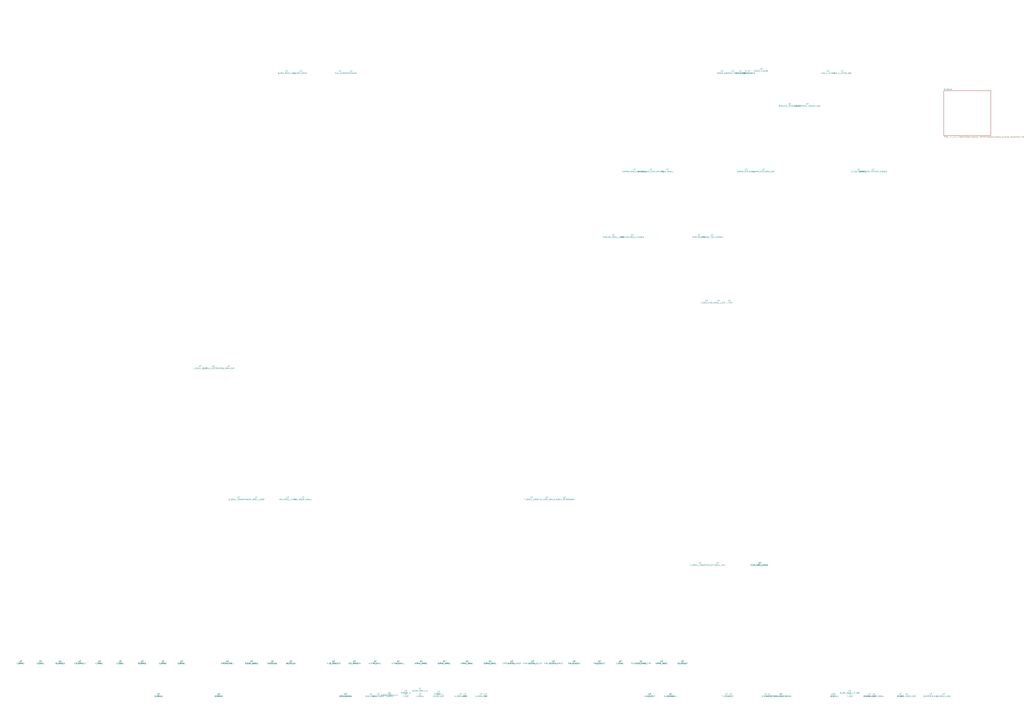
<source format=kicad_sch>
(kicad_sch (version 20230121) (generator eeschema)
  (paper "A0")
  (title_block (date "19 dec 2009"))
  (symbol (lib_id "font:DIGIT_0") (at 25.4 76.2 0) (unit 1)
    (property "Reference" "U?" (at 25.4 82.55 0) (effects (font (size 1.524 1.524))))
    (property "Value" "DIGIT_0" (at 25.4 85.09 0) (effects (font (size 1.524 1.524))))
  )
  (symbol (lib_id "font:DIGIT_1") (at 50.8 76.2 0) (unit 1)
    (property "Reference" "U?" (at 50.8 82.55 0) (effects (font (size 1.524 1.524))))
    (property "Value" "DIGIT_1" (at 50.8 85.09 0) (effects (font (size 1.524 1.524))))
  )
  (symbol (lib_id "font:DIGIT_2") (at 76.2 76.2 0) (unit 1)
    (property "Reference" "U?" (at 76.2 82.55 0) (effects (font (size 1.524 1.524))))
    (property "Value" "DIGIT_2" (at 76.2 85.09 0) (effects (font (size 1.524 1.524))))
  )
  (symbol (lib_id "font:DIGIT_3") (at 101.6 76.2 0) (unit 1)
    (property "Reference" "U?" (at 101.6 82.55 0) (effects (font (size 1.524 1.524))))
    (property "Value" "DIGIT_3" (at 101.6 85.09 0) (effects (font (size 1.524 1.524))))
  )
  (symbol (lib_id "font:DIGIT_4") (at 127 76.2 0) (unit 1)
    (property "Reference" "U?" (at 127 82.55 0) (effects (font (size 1.524 1.524))))
    (property "Value" "DIGIT_4" (at 127 85.09 0) (effects (font (size 1.524 1.524))))
  )
  (symbol (lib_id "font:DIGIT_5") (at 152.4 76.2 0) (unit 1)
    (property "Reference" "U?" (at 152.4 82.55 0) (effects (font (size 1.524 1.524))))
    (property "Value" "DIGIT_5" (at 152.4 85.09 0) (effects (font (size 1.524 1.524))))
  )
  (symbol (lib_id "font:DIGIT_6") (at 177.8 76.2 0) (unit 1)
    (property "Reference" "U?" (at 177.8 82.55 0) (effects (font (size 1.524 1.524))))
    (property "Value" "DIGIT_6" (at 177.8 85.09 0) (effects (font (size 1.524 1.524))))
  )
  (symbol (lib_id "font:DIGIT_7") (at 203.2 76.2 0) (unit 1)
    (property "Reference" "U?" (at 203.2 82.55 0) (effects (font (size 1.524 1.524))))
    (property "Value" "DIGIT_7" (at 203.2 85.09 0) (effects (font (size 1.524 1.524))))
  )
  (symbol (lib_id "font:DIGIT_8") (at 228.6 76.2 0) (unit 1)
    (property "Reference" "U?" (at 228.6 82.55 0) (effects (font (size 1.524 1.524))))
    (property "Value" "DIGIT_8" (at 228.6 85.09 0) (effects (font (size 1.524 1.524))))
  )
  (symbol (lib_id "font:DIGIT_9") (at 254 76.2 0) (unit 1)
    (property "Reference" "U?" (at 254 82.55 0) (effects (font (size 1.524 1.524))))
    (property "Value" "DIGIT_9" (at 254 85.09 0) (effects (font (size 1.524 1.524))))
  )
  (symbol (lib_id "font:QUESTION") (at 278.13 76.2 0) (unit 1)
    (property "Reference" "U?" (at 278.13 82.55 0) (effects (font (size 1.524 1.524))))
    (property "Value" "QUESTION" (at 278.13 85.09 0) (effects (font (size 1.524 1.524))))
  )
  (symbol (lib_id "font:A_CAP") (at 24.13 152.4 0) (unit 1)
    (property "Reference" "U?" (at 24.13 160.02 0) (effects (font (size 1.524 1.524))))
    (property "Value" "A_CAP" (at 24.13 162.56 0) (effects (font (size 1.524 1.524))))
  )
  (symbol (lib_id "font:B_CAP") (at 396.24 152.4 0) (unit 1)
    (property "Reference" "U?" (at 396.24 158.75 0) (effects (font (size 1.524 1.524))))
    (property "Value" "B_CAP" (at 396.24 161.29 0) (effects (font (size 1.524 1.524))))
  )
  (symbol (lib_id "font:C_CAP") (at 600.71 152.4 0) (unit 1)
    (property "Reference" "U?" (at 600.71 158.75 0) (effects (font (size 1.524 1.524))))
    (property "Value" "C_CAP" (at 600.71 161.29 0) (effects (font (size 1.524 1.524))))
  )
  (symbol (lib_id "font:D_CAP") (at 49.53 228.6 0) (unit 1)
    (property "Reference" "U?" (at 49.53 234.95 0) (effects (font (size 1.524 1.524))))
    (property "Value" "D_CAP" (at 49.53 237.49 0) (effects (font (size 1.524 1.524))))
  )
  (symbol (lib_id "font:E_CAP") (at 548.64 228.6 0) (unit 1)
    (property "Reference" "U?" (at 548.64 234.95 0) (effects (font (size 1.524 1.524))))
    (property "Value" "E_CAP" (at 548.64 237.49 0) (effects (font (size 1.524 1.524))))
  )
  (symbol (lib_id "font:F_CAP") (at 650.24 152.4 0) (unit 1)
    (property "Reference" "U?" (at 650.24 158.75 0) (effects (font (size 1.524 1.524))))
    (property "Value" "F_CAP" (at 650.24 161.29 0) (effects (font (size 1.524 1.524))))
  )
  (symbol (lib_id "font:G_CAP") (at 675.64 152.4 0) (unit 1)
    (property "Reference" "U?" (at 675.64 158.75 0) (effects (font (size 1.524 1.524))))
    (property "Value" "G_CAP" (at 675.64 161.29 0) (effects (font (size 1.524 1.524))))
  )
  (symbol (lib_id "font:H_CAP") (at 318.77 304.8 0) (unit 1)
    (property "Reference" "U?" (at 318.77 311.15 0) (effects (font (size 1.524 1.524))))
    (property "Value" "H_CAP" (at 318.77 313.69 0) (effects (font (size 1.524 1.524))))
  )
  (symbol (lib_id "font:I_CAP") (at 781.05 304.8 0) (unit 1)
    (property "Reference" "U?" (at 781.05 311.15 0) (effects (font (size 1.524 1.524))))
    (property "Value" "I_CAP" (at 781.05 313.69 0) (effects (font (size 1.524 1.524))))
  )
  (symbol (lib_id "font:J_CAP") (at 797.56 304.8 0) (unit 1)
    (property "Reference" "U?" (at 797.56 311.15 0) (effects (font (size 1.524 1.524))))
    (property "Value" "J_CAP" (at 797.56 313.69 0) (effects (font (size 1.524 1.524))))
  )
  (symbol (lib_id "font:K_CAP") (at 995.68 304.8 0) (unit 1)
    (property "Reference" "U?" (at 995.68 311.15 0) (effects (font (size 1.524 1.524))))
    (property "Value" "K_CAP" (at 995.68 313.69 0) (effects (font (size 1.524 1.524))))
  )
  (symbol (lib_id "font:L_CAP") (at 25.4 381 0) (unit 1)
    (property "Reference" "U?" (at 25.4 387.35 0) (effects (font (size 1.524 1.524))))
    (property "Value" "L_CAP" (at 25.4 389.89 0) (effects (font (size 1.524 1.524))))
  )
  (symbol (lib_id "font:M_CAP") (at 481.33 381 0) (unit 1)
    (property "Reference" "U?" (at 481.33 387.35 0) (effects (font (size 1.524 1.524))))
    (property "Value" "M_CAP" (at 481.33 389.89 0) (effects (font (size 1.524 1.524))))
  )
  (symbol (lib_id "font:N_CAP") (at 735.33 381 0) (unit 1)
    (property "Reference" "U?" (at 735.33 387.35 0) (effects (font (size 1.524 1.524))))
    (property "Value" "N_CAP" (at 735.33 389.89 0) (effects (font (size 1.524 1.524))))
  )
  (symbol (lib_id "font:O_CAP") (at 27.94 457.2 0) (unit 1)
    (property "Reference" "U?" (at 27.94 463.55 0) (effects (font (size 1.524 1.524))))
    (property "Value" "O_CAP" (at 27.94 466.09 0) (effects (font (size 1.524 1.524))))
  )
  (symbol (lib_id "font:P_CAP") (at 675.64 457.2 0) (unit 1)
    (property "Reference" "U?" (at 675.64 463.55 0) (effects (font (size 1.524 1.524))))
    (property "Value" "P_CAP" (at 675.64 466.09 0) (effects (font (size 1.524 1.524))))
  )
  (symbol (lib_id "font:Q_CAP") (at 26.67 533.4 0) (unit 1)
    (property "Reference" "U?" (at 26.67 539.75 0) (effects (font (size 1.524 1.524))))
    (property "Value" "Q_CAP" (at 26.67 542.29 0) (effects (font (size 1.524 1.524))))
  )
  (symbol (lib_id "font:R_CAP") (at 728.98 457.2 0) (unit 1)
    (property "Reference" "U?" (at 728.98 463.55 0) (effects (font (size 1.524 1.524))))
    (property "Value" "R_CAP" (at 728.98 466.09 0) (effects (font (size 1.524 1.524))))
  )
  (symbol (lib_id "font:S_CAP") (at 189.23 533.4 0) (unit 1)
    (property "Reference" "U?" (at 189.23 539.75 0) (effects (font (size 1.524 1.524))))
    (property "Value" "S_CAP" (at 189.23 542.29 0) (effects (font (size 1.524 1.524))))
  )
  (symbol (lib_id "font:T_CAP") (at 481.33 533.4 0) (unit 1)
    (property "Reference" "U?" (at 481.33 539.75 0) (effects (font (size 1.524 1.524))))
    (property "Value" "T_CAP" (at 481.33 542.29 0) (effects (font (size 1.524 1.524))))
  )
  (symbol (lib_id "font:U_CAP") (at 26.67 609.6 0) (unit 1)
    (property "Reference" "U?" (at 26.67 615.95 0) (effects (font (size 1.524 1.524))))
    (property "Value" "U_CAP" (at 26.67 618.49 0) (effects (font (size 1.524 1.524))))
  )
  (symbol (lib_id "font:V_CAP") (at 52.07 609.6 0) (unit 1)
    (property "Reference" "U?" (at 52.07 615.95 0) (effects (font (size 1.524 1.524))))
    (property "Value" "V_CAP" (at 52.07 618.49 0) (effects (font (size 1.524 1.524))))
  )
  (symbol (lib_id "font:W_CAP") (at 78.74 609.6 0) (unit 1)
    (property "Reference" "U?" (at 78.74 615.95 0) (effects (font (size 1.524 1.524))))
    (property "Value" "W_CAP" (at 78.74 618.49 0) (effects (font (size 1.524 1.524))))
  )
  (symbol (lib_id "font:X_CAP") (at 590.55 609.6 0) (unit 1)
    (property "Reference" "U?" (at 590.55 615.95 0) (effects (font (size 1.524 1.524))))
    (property "Value" "X_CAP" (at 590.55 618.49 0) (effects (font (size 1.524 1.524))))
  )
  (symbol (lib_id "font:Y_CAP") (at 105.41 609.6 0) (unit 1)
    (property "Reference" "U?" (at 105.41 615.95 0) (effects (font (size 1.524 1.524))))
    (property "Value" "Y_CAP" (at 105.41 618.49 0) (effects (font (size 1.524 1.524))))
  )
  (symbol (lib_id "font:Z_CAP") (at 728.98 609.6 0) (unit 1)
    (property "Reference" "U?" (at 728.98 615.95 0) (effects (font (size 1.524 1.524))))
    (property "Value" "Z_CAP" (at 728.98 618.49 0) (effects (font (size 1.524 1.524))))
  )
  (symbol (lib_id "symbol:SPACE") (at 299.72 76.2 0) (unit 1)
    (property "Reference" "U?" (at 299.72 74.93 0) (effects (font (size 1.524 1.524))))
    (property "Value" "SPACE" (at 299.72 77.47 0) (effects (font (size 1.524 1.524))))
  )
  (symbol (lib_id "font:COMMA") (at 382.27 76.2 0) (unit 1)
    (property "Reference" "U?" (at 382.27 82.55 0) (effects (font (size 1.524 1.524))))
    (property "Value" "COMMA" (at 382.27 85.09 0) (effects (font (size 1.524 1.524))))
  )
  (symbol (lib_id "font:FULL_STOP") (at 394.97 76.2 0) (unit 1)
    (property "Reference" "U?" (at 394.97 82.55 0) (effects (font (size 1.524 1.524))))
    (property "Value" "FULL_STOP" (at 394.97 85.09 0) (effects (font (size 1.524 1.524))))
  )
  (symbol (lib_id "font:SEMICOLON") (at 407.67 76.2 0) (unit 1)
    (property "Reference" "U?" (at 407.67 82.55 0) (effects (font (size 1.524 1.524))))
    (property "Value" "SEMICOLON" (at 407.67 85.09 0) (effects (font (size 1.524 1.524))))
  )
  (symbol (lib_id "font:COLON") (at 420.37 76.2 0) (unit 1)
    (property "Reference" "U?" (at 420.37 82.55 0) (effects (font (size 1.524 1.524))))
    (property "Value" "COLON" (at 420.37 85.09 0) (effects (font (size 1.524 1.524))))
  )
  (symbol (lib_id "font:APOSTROPHE") (at 433.07 76.2 0) (unit 1)
    (property "Reference" "U?" (at 433.07 82.55 0) (effects (font (size 1.524 1.524))))
    (property "Value" "APOSTROPHE" (at 433.07 85.09 0) (effects (font (size 1.524 1.524))))
  )
  (symbol (lib_id "font:EXCLAM") (at 445.77 76.2 0) (unit 1)
    (property "Reference" "U?" (at 445.77 82.55 0) (effects (font (size 1.524 1.524))))
    (property "Value" "EXCLAM" (at 445.77 85.09 0) (effects (font (size 1.524 1.524))))
  )
  (symbol (lib_id "font:QUOTE") (at 462.28 76.2 0) (unit 1)
    (property "Reference" "U?" (at 462.28 82.55 0) (effects (font (size 1.524 1.524))))
    (property "Value" "QUOTE" (at 462.28 85.09 0) (effects (font (size 1.524 1.524))))
  )
  (symbol (lib_id "font:SLASH") (at 486.41 76.2 0) (unit 1)
    (property "Reference" "U?" (at 486.41 82.55 0) (effects (font (size 1.524 1.524))))
    (property "Value" "SLASH" (at 486.41 85.09 0) (effects (font (size 1.524 1.524))))
  )
  (symbol (lib_id "font:PAREN") (at 608.33 76.2 0) (unit 1)
    (property "Reference" "U?" (at 608.33 82.55 0) (effects (font (size 1.524 1.524))))
    (property "Value" "PAREN" (at 608.33 85.09 0) (effects (font (size 1.524 1.524))))
  )
  (symbol (lib_id "font:BACKSLASH") (at 745.49 76.2 0) (unit 1)
    (property "Reference" "U?" (at 745.49 82.55 0) (effects (font (size 1.524 1.524))))
    (property "Value" "BACKSLASH" (at 745.49 85.09 0) (effects (font (size 1.524 1.524))))
  )
  (symbol (lib_id "font:BRACE") (at 626.11 76.2 0) (unit 1)
    (property "Reference" "U?" (at 626.11 82.55 0) (effects (font (size 1.524 1.524))))
    (property "Value" "BRACE" (at 626.11 85.09 0) (effects (font (size 1.524 1.524))))
  )
  (symbol (lib_id "font:BRACKET") (at 643.89 76.2 0) (unit 1)
    (property "Reference" "U?" (at 643.89 82.55 0) (effects (font (size 1.524 1.524))))
    (property "Value" "BRACKET" (at 643.89 85.09 0) (effects (font (size 1.524 1.524))))
  )
  (symbol (lib_id "font:AMPERSAND") (at 800.1 114.3 0) (unit 1)
    (property "Reference" "U?" (at 800.1 120.65 0) (effects (font (size 1.524 1.524))))
    (property "Value" "AMPERSAND" (at 800.1 123.19 0) (effects (font (size 1.524 1.524))))
  )
  (symbol (lib_id "font:AT") (at 886.46 114.3 0) (unit 1)
    (property "Reference" "U?" (at 886.46 120.65 0) (effects (font (size 1.524 1.524))))
    (property "Value" "AT" (at 886.46 123.19 0) (effects (font (size 1.524 1.524))))
  )
  (symbol (lib_id "font:A_SMALL") (at 24.13 190.5 0) (unit 1)
    (property "Reference" "U?" (at 24.13 196.85 0) (effects (font (size 1.524 1.524))))
    (property "Value" "A_SMALL" (at 24.13 199.39 0) (effects (font (size 1.524 1.524))))
  )
  (symbol (lib_id "font:B_SMALL") (at 365.76 190.5 0) (unit 1)
    (property "Reference" "U?" (at 365.76 196.85 0) (effects (font (size 1.524 1.524))))
    (property "Value" "B_SMALL" (at 365.76 199.39 0) (effects (font (size 1.524 1.524))))
  )
  (symbol (lib_id "font:C_SMALL") (at 614.68 190.5 0) (unit 1)
    (property "Reference" "U?" (at 614.68 196.85 0) (effects (font (size 1.524 1.524))))
    (property "Value" "C_SMALL" (at 614.68 199.39 0) (effects (font (size 1.524 1.524))))
  )
  (symbol (lib_id "font:D_SMALL") (at 48.26 266.7 0) (unit 1)
    (property "Reference" "U?" (at 48.26 273.05 0) (effects (font (size 1.524 1.524))))
    (property "Value" "D_SMALL" (at 48.26 275.59 0) (effects (font (size 1.524 1.524))))
  )
  (symbol (lib_id "font:E_SMALL") (at 622.3 266.7 0) (unit 1)
    (property "Reference" "U?" (at 622.3 273.05 0) (effects (font (size 1.524 1.524))))
    (property "Value" "E_SMALL" (at 622.3 275.59 0) (effects (font (size 1.524 1.524))))
  )
  (symbol (lib_id "font:F_SMALL") (at 654.05 190.5 0) (unit 1)
    (property "Reference" "U?" (at 654.05 196.85 0) (effects (font (size 1.524 1.524))))
    (property "Value" "F_SMALL" (at 654.05 199.39 0) (effects (font (size 1.524 1.524))))
  )
  (symbol (lib_id "font:G_SMALL") (at 690.88 190.5 0) (unit 1)
    (property "Reference" "U?" (at 690.88 196.85 0) (effects (font (size 1.524 1.524))))
    (property "Value" "G_SMALL" (at 690.88 199.39 0) (effects (font (size 1.524 1.524))))
  )
  (symbol (lib_id "font:H_SMALL") (at 317.5 342.9 0) (unit 1)
    (property "Reference" "U?" (at 317.5 349.25 0) (effects (font (size 1.524 1.524))))
    (property "Value" "H_SMALL" (at 317.5 351.79 0) (effects (font (size 1.524 1.524))))
  )
  (symbol (lib_id "font:I_SMALL") (at 781.05 342.9 0) (unit 1)
    (property "Reference" "U?" (at 781.05 349.25 0) (effects (font (size 1.524 1.524))))
    (property "Value" "I_SMALL" (at 781.05 351.79 0) (effects (font (size 1.524 1.524))))
  )
  (symbol (lib_id "font:J_SMALL") (at 807.72 342.9 0) (unit 1)
    (property "Reference" "U?" (at 807.72 349.25 0) (effects (font (size 1.524 1.524))))
    (property "Value" "J_SMALL" (at 807.72 351.79 0) (effects (font (size 1.524 1.524))))
  )
  (symbol (lib_id "font:K_SMALL") (at 993.14 342.9 0) (unit 1)
    (property "Reference" "U?" (at 993.14 349.25 0) (effects (font (size 1.524 1.524))))
    (property "Value" "K_SMALL" (at 993.14 351.79 0) (effects (font (size 1.524 1.524))))
  )
  (symbol (lib_id "font:L_SMALL") (at 19.05 419.1 0) (unit 1)
    (property "Reference" "U?" (at 19.05 425.45 0) (effects (font (size 1.524 1.524))))
    (property "Value" "L_SMALL" (at 19.05 427.99 0) (effects (font (size 1.524 1.524))))
  )
  (symbol (lib_id "font:M_SMALL") (at 483.87 419.1 0) (unit 1)
    (property "Reference" "U?" (at 483.87 425.45 0) (effects (font (size 1.524 1.524))))
    (property "Value" "M_SMALL" (at 483.87 427.99 0) (effects (font (size 1.524 1.524))))
  )
  (symbol (lib_id "font:N_SMALL") (at 732.79 419.1 0) (unit 1)
    (property "Reference" "U?" (at 732.79 425.45 0) (effects (font (size 1.524 1.524))))
    (property "Value" "N_SMALL" (at 732.79 427.99 0) (effects (font (size 1.524 1.524))))
  )
  (symbol (lib_id "font:O_SMALL") (at 25.4 495.3 0) (unit 1)
    (property "Reference" "U?" (at 25.4 501.65 0) (effects (font (size 1.524 1.524))))
    (property "Value" "O_SMALL" (at 25.4 504.19 0) (effects (font (size 1.524 1.524))))
  )
  (symbol (lib_id "font:P_SMALL") (at 674.37 495.3 0) (unit 1)
    (property "Reference" "U?" (at 674.37 501.65 0) (effects (font (size 1.524 1.524))))
    (property "Value" "P_SMALL" (at 674.37 504.19 0) (effects (font (size 1.524 1.524))))
  )
  (symbol (lib_id "font:Q_SMALL") (at 24.13 571.5 0) (unit 1)
    (property "Reference" "U?" (at 24.13 577.85 0) (effects (font (size 1.524 1.524))))
    (property "Value" "Q_SMALL" (at 24.13 580.39 0) (effects (font (size 1.524 1.524))))
  )
  (symbol (lib_id "font:R_SMALL") (at 796.29 495.3 0) (unit 1)
    (property "Reference" "U?" (at 796.29 501.65 0) (effects (font (size 1.524 1.524))))
    (property "Value" "R_SMALL" (at 796.29 504.19 0) (effects (font (size 1.524 1.524))))
  )
  (symbol (lib_id "font:S_SMALL") (at 210.82 571.5 0) (unit 1)
    (property "Reference" "U?" (at 210.82 577.85 0) (effects (font (size 1.524 1.524))))
    (property "Value" "S_SMALL" (at 210.82 580.39 0) (effects (font (size 1.524 1.524))))
  )
  (symbol (lib_id "font:T_SMALL") (at 477.52 571.5 0) (unit 1)
    (property "Reference" "U?" (at 477.52 577.85 0) (effects (font (size 1.524 1.524))))
    (property "Value" "T_SMALL" (at 477.52 580.39 0) (effects (font (size 1.524 1.524))))
  )
  (symbol (lib_id "font:U_SMALL") (at 25.4 647.7 0) (unit 1)
    (property "Reference" "U?" (at 25.4 654.05 0) (effects (font (size 1.524 1.524))))
    (property "Value" "U_SMALL" (at 25.4 656.59 0) (effects (font (size 1.524 1.524))))
  )
  (symbol (lib_id "font:V_SMALL") (at 46.99 647.7 0) (unit 1)
    (property "Reference" "U?" (at 46.99 654.05 0) (effects (font (size 1.524 1.524))))
    (property "Value" "V_SMALL" (at 46.99 656.59 0) (effects (font (size 1.524 1.524))))
  )
  (symbol (lib_id "font:W_SMALL") (at 71.12 647.7 0) (unit 1)
    (property "Reference" "U?" (at 71.12 654.05 0) (effects (font (size 1.524 1.524))))
    (property "Value" "W_SMALL" (at 71.12 656.59 0) (effects (font (size 1.524 1.524))))
  )
  (symbol (lib_id "font:X_SMALL") (at 589.28 647.7 0) (unit 1)
    (property "Reference" "U?" (at 589.28 654.05 0) (effects (font (size 1.524 1.524))))
    (property "Value" "X_SMALL" (at 589.28 656.59 0) (effects (font (size 1.524 1.524))))
  )
  (symbol (lib_id "font:Y_SMALL") (at 95.25 647.7 0) (unit 1)
    (property "Reference" "U?" (at 95.25 654.05 0) (effects (font (size 1.524 1.524))))
    (property "Value" "Y_SMALL" (at 95.25 656.59 0) (effects (font (size 1.524 1.524))))
  )
  (symbol (lib_id "font:Z_SMALL") (at 727.71 647.7 0) (unit 1)
    (property "Reference" "U?" (at 727.71 654.05 0) (effects (font (size 1.524 1.524))))
    (property "Value" "Z_SMALL" (at 727.71 656.59 0) (effects (font (size 1.524 1.524))))
  )
  (symbol (lib_id "font:E_SMALL") (at 24.13 762 0) (unit 1)
    (property "Reference" "U?" (at 24.13 768.35 0) (effects (font (size 1.524 1.524))))
    (property "Value" "E_SMALL" (at 24.13 770.89 0) (effects (font (size 1.524 1.524))))
  )
  (symbol (lib_id "font:GRAVE") (at 24.13 762 0) (unit 1)
    (property "Reference" "U?" (at 24.13 768.35 0) (effects (font (size 1.524 1.524))))
    (property "Value" "GRAVE" (at 24.13 770.89 0) (effects (font (size 1.524 1.524))))
  )
  (symbol (lib_id "font:E_SMALL") (at 46.99 762 0) (unit 1)
    (property "Reference" "U?" (at 46.99 768.35 0) (effects (font (size 1.524 1.524))))
    (property "Value" "E_SMALL" (at 46.99 770.89 0) (effects (font (size 1.524 1.524))))
  )
  (symbol (lib_id "font:ACUTE") (at 46.99 762 0) (unit 1)
    (property "Reference" "U?" (at 46.99 768.35 0) (effects (font (size 1.524 1.524))))
    (property "Value" "ACUTE" (at 46.99 770.89 0) (effects (font (size 1.524 1.524))))
  )
  (symbol (lib_id "font:E_SMALL") (at 69.85 762 0) (unit 1)
    (property "Reference" "U?" (at 69.85 768.35 0) (effects (font (size 1.524 1.524))))
    (property "Value" "E_SMALL" (at 69.85 770.89 0) (effects (font (size 1.524 1.524))))
  )
  (symbol (lib_id "font:E_SMALL") (at 92.71 762 0) (unit 1)
    (property "Reference" "U?" (at 92.71 768.35 0) (effects (font (size 1.524 1.524))))
    (property "Value" "E_SMALL" (at 92.71 770.89 0) (effects (font (size 1.524 1.524))))
  )
  (symbol (lib_id "font:A_SMALL") (at 115.57 762 0) (unit 1)
    (property "Reference" "U?" (at 115.57 768.35 0) (effects (font (size 1.524 1.524))))
    (property "Value" "A_SMALL" (at 115.57 770.89 0) (effects (font (size 1.524 1.524))))
  )
  (symbol (lib_id "font:RING") (at 115.57 762 0) (unit 1)
    (property "Reference" "U?" (at 115.57 768.35 0) (effects (font (size 1.524 1.524))))
    (property "Value" "RING" (at 115.57 770.89 0) (effects (font (size 1.524 1.524))))
  )
  (symbol (lib_id "font:CIRCUMFLEX") (at 92.71 762 0) (unit 1)
    (property "Reference" "U?" (at 92.71 768.35 0) (effects (font (size 1.524 1.524))))
    (property "Value" "CIRCUMFLEX" (at 92.71 770.89 0) (effects (font (size 1.524 1.524))))
  )
  (symbol (lib_id "font:N_SMALL") (at 139.7 762 0) (unit 1)
    (property "Reference" "U?" (at 139.7 768.35 0) (effects (font (size 1.524 1.524))))
    (property "Value" "N_SMALL" (at 139.7 770.89 0) (effects (font (size 1.524 1.524))))
  )
  (symbol (lib_id "font:TILDE") (at 139.7 762 0) (unit 1)
    (property "Reference" "U?" (at 139.7 768.35 0) (effects (font (size 1.524 1.524))))
    (property "Value" "TILDE" (at 139.7 770.89 0) (effects (font (size 1.524 1.524))))
  )
  (symbol (lib_id "font:DIAERESIS") (at 69.85 762 0) (unit 1)
    (property "Reference" "U?" (at 69.85 768.35 0) (effects (font (size 1.524 1.524))))
    (property "Value" "DIAERESIS" (at 69.85 770.89 0) (effects (font (size 1.524 1.524))))
  )
  (symbol (lib_id "font:AE_CAP") (at 50.8 152.4 0) (unit 1)
    (property "Reference" "U?" (at 50.8 158.75 0) (effects (font (size 1.524 1.524))))
    (property "Value" "AE_CAP" (at 50.8 161.29 0) (effects (font (size 1.524 1.524))))
  )
  (symbol (lib_id "font:AE_SMALL") (at 81.28 190.5 0) (unit 1)
    (property "Reference" "U?" (at 81.28 196.85 0) (effects (font (size 1.524 1.524))))
    (property "Value" "AE_SMALL" (at 81.28 199.39 0) (effects (font (size 1.524 1.524))))
  )
  (symbol (lib_id "font:C_SMALL") (at 184.15 800.1 0) (unit 1)
    (property "Reference" "U?" (at 184.15 806.45 0) (effects (font (size 1.524 1.524))))
    (property "Value" "C_SMALL" (at 184.15 808.99 0) (effects (font (size 1.524 1.524))))
  )
  (symbol (lib_id "font:CEDILLA") (at 184.15 800.1 0) (unit 1)
    (property "Reference" "U?" (at 184.15 806.45 0) (effects (font (size 1.524 1.524))))
    (property "Value" "CEDILLA" (at 184.15 808.99 0) (effects (font (size 1.524 1.524))))
  )
  (symbol (lib_id "font:ESZETT") (at 252.73 571.5 0) (unit 1)
    (property "Reference" "U?" (at 252.73 577.85 0) (effects (font (size 1.524 1.524))))
    (property "Value" "ESZETT" (at 252.73 580.39 0) (effects (font (size 1.524 1.524))))
  )
  (symbol (lib_id "font:ETH_SMALL") (at 72.39 266.7 0) (unit 1)
    (property "Reference" "U?" (at 72.39 273.05 0) (effects (font (size 1.524 1.524))))
    (property "Value" "ETH_SMALL" (at 72.39 275.59 0) (effects (font (size 1.524 1.524))))
  )
  (symbol (lib_id "font:THORN_CAP") (at 702.31 457.2 0) (unit 1)
    (property "Reference" "U?" (at 702.31 463.55 0) (effects (font (size 1.524 1.524))))
    (property "Value" "THORN_CAP" (at 702.31 466.09 0) (effects (font (size 1.524 1.524))))
  )
  (symbol (lib_id "font:THORN_SMALL") (at 775.97 495.3 0) (unit 1)
    (property "Reference" "U?" (at 775.97 501.65 0) (effects (font (size 1.524 1.524))))
    (property "Value" "THORN_SMALL" (at 775.97 504.19 0) (effects (font (size 1.524 1.524))))
  )
  (symbol (lib_id "font:POUND") (at 554.99 114.3 0) (unit 1)
    (property "Reference" "U?" (at 554.99 120.65 0) (effects (font (size 1.524 1.524))))
    (property "Value" "POUND" (at 554.99 123.19 0) (effects (font (size 1.524 1.524))))
  )
  (symbol (lib_id "font:YEN") (at 631.19 114.3 0) (unit 1)
    (property "Reference" "U?" (at 631.19 120.65 0) (effects (font (size 1.524 1.524))))
    (property "Value" "YEN" (at 631.19 123.19 0) (effects (font (size 1.524 1.524))))
  )
  (symbol (lib_id "font:GUILLEMET_DBL") (at 659.13 114.3 0) (unit 1)
    (property "Reference" "U?" (at 659.13 120.65 0) (effects (font (size 1.524 1.524))))
    (property "Value" "GUILLEMET_DBL" (at 659.13 123.19 0) (effects (font (size 1.524 1.524))))
  )
  (symbol (lib_id "font:O_SMALL") (at 165.1 762 0) (unit 1)
    (property "Reference" "U?" (at 165.1 768.35 0) (effects (font (size 1.524 1.524))))
    (property "Value" "O_SMALL" (at 165.1 770.89 0) (effects (font (size 1.524 1.524))))
  )
  (symbol (lib_id "font:MACRON") (at 165.1 762 0) (unit 1)
    (property "Reference" "U?" (at 165.1 768.35 0) (effects (font (size 1.524 1.524))))
    (property "Value" "MACRON" (at 165.1 770.89 0) (effects (font (size 1.524 1.524))))
  )
  (symbol (lib_id "font:DIGIT_0_SMALL") (at 22.86 114.3 0) (unit 1)
    (property "Reference" "U?" (at 22.86 120.65 0) (effects (font (size 1.524 1.524))))
    (property "Value" "DIGIT_0_SUP" (at 22.86 123.19 0) (effects (font (size 1.524 1.524))))
  )
  (symbol (lib_id "font:DIGIT_1_SMALL") (at 43.18 114.3 0) (unit 1)
    (property "Reference" "U?" (at 43.18 120.65 0) (effects (font (size 1.524 1.524))))
    (property "Value" "DIGIT_1_SMALL" (at 43.18 123.19 0) (effects (font (size 1.524 1.524))))
  )
  (symbol (lib_id "font:DIGIT_2_SMALL") (at 63.5 114.3 0) (unit 1)
    (property "Reference" "U?" (at 63.5 120.65 0) (effects (font (size 1.524 1.524))))
    (property "Value" "DIGIT_2_SMALL" (at 63.5 123.19 0) (effects (font (size 1.524 1.524))))
  )
  (symbol (lib_id "font:DIGIT_3_SMALL") (at 83.82 114.3 0) (unit 1)
    (property "Reference" "U?" (at 83.82 120.65 0) (effects (font (size 1.524 1.524))))
    (property "Value" "DIGIT_3_SMALL" (at 83.82 123.19 0) (effects (font (size 1.524 1.524))))
  )
  (symbol (lib_id "font:O_TINY") (at 387.35 495.3 0) (unit 1)
    (property "Reference" "U?" (at 387.35 501.65 0) (effects (font (size 1.524 1.524))))
    (property "Value" "O_TINY" (at 387.35 504.19 0) (effects (font (size 1.524 1.524))))
  )
  (symbol (lib_id "font:A_TINY") (at 167.64 190.5 0) (unit 1)
    (property "Reference" "U?" (at 167.64 196.85 0) (effects (font (size 1.524 1.524))))
    (property "Value" "A_TINY" (at 167.64 199.39 0) (effects (font (size 1.524 1.524))))
  )
  (symbol (lib_id "font:SECTION") (at 581.66 114.3 0) (unit 1)
    (property "Reference" "U?" (at 581.66 120.65 0) (effects (font (size 1.524 1.524))))
    (property "Value" "SECTION" (at 581.66 123.19 0) (effects (font (size 1.524 1.524))))
  )
  (symbol (lib_id "font:MU_SMALL") (at 514.35 419.1 0) (unit 1)
    (property "Reference" "U?" (at 514.35 425.45 0) (effects (font (size 1.524 1.524))))
    (property "Value" "MU_SMALL" (at 514.35 427.99 0) (effects (font (size 1.524 1.524))))
  )
  (symbol (lib_id "font:PI_SMALL") (at 568.96 495.3 0) (unit 1)
    (property "Reference" "U?" (at 568.96 501.65 0) (effects (font (size 1.524 1.524))))
    (property "Value" "PI_SMALL" (at 568.96 504.19 0) (effects (font (size 1.524 1.524))))
  )
  (symbol (lib_id "font:O_CAP_STROKE") (at 55.88 457.2 0) (unit 1)
    (property "Reference" "U?" (at 55.88 463.55 0) (effects (font (size 1.524 1.524))))
    (property "Value" "O_CAP_STROKE" (at 55.88 466.09 0) (effects (font (size 1.524 1.524))))
  )
  (symbol (lib_id "font:O_SMALL_STROKE") (at 49.53 495.3 0) (unit 1)
    (property "Reference" "U?" (at 49.53 501.65 0) (effects (font (size 1.524 1.524))))
    (property "Value" "O_SMALL_STROKE" (at 49.53 504.19 0) (effects (font (size 1.524 1.524))))
  )
  (symbol (lib_id "font:E_SMALL") (at 254 800.1 0) (unit 1)
    (property "Reference" "U?" (at 254 806.45 0) (effects (font (size 1.524 1.524))))
    (property "Value" "E_SMALL" (at 254 808.99 0) (effects (font (size 1.524 1.524))))
  )
  (symbol (lib_id "font:OGONEK") (at 254 800.1 0) (unit 1)
    (property "Reference" "U?" (at 254 806.45 0) (effects (font (size 1.524 1.524))))
    (property "Value" "OGONEK" (at 254 808.99 0) (effects (font (size 1.524 1.524))))
  )
  (symbol (lib_id "font:C_SMALL") (at 189.23 762 0) (unit 1)
    (property "Reference" "U?" (at 189.23 768.35 0) (effects (font (size 1.524 1.524))))
    (property "Value" "C_SMALL" (at 189.23 770.89 0) (effects (font (size 1.524 1.524))))
  )
  (symbol (lib_id "font:CARON") (at 189.23 762 0) (unit 1)
    (property "Reference" "U?" (at 189.23 768.35 0) (effects (font (size 1.524 1.524))))
    (property "Value" "CARON" (at 189.23 770.89 0) (effects (font (size 1.524 1.524))))
  )
  (symbol (lib_id "font:G_SMALL") (at 210.82 762 0) (unit 1)
    (property "Reference" "U?" (at 210.82 768.35 0) (effects (font (size 1.524 1.524))))
    (property "Value" "G_SMALL" (at 210.82 770.89 0) (effects (font (size 1.524 1.524))))
  )
  (symbol (lib_id "font:BREVE") (at 210.82 762 0) (unit 1)
    (property "Reference" "U?" (at 210.82 768.35 0) (effects (font (size 1.524 1.524))))
    (property "Value" "BREVE" (at 210.82 770.89 0) (effects (font (size 1.524 1.524))))
  )
  (symbol (lib_id "font:L_SMALL_MIDDOT") (at 50.8 419.1 0) (unit 1)
    (property "Reference" "U?" (at 50.8 425.45 0) (effects (font (size 1.524 1.524))))
    (property "Value" "L_SMALL_MIDDOT" (at 50.8 427.99 0) (effects (font (size 1.524 1.524))))
  )
  (symbol (lib_id "font:H_CAP_STROKE") (at 346.71 304.8 0) (unit 1)
    (property "Reference" "U?" (at 346.71 311.15 0) (effects (font (size 1.524 1.524))))
    (property "Value" "H_CAP_STROKE" (at 346.71 313.69 0) (effects (font (size 1.524 1.524))))
  )
  (symbol (lib_id "font:K_SMALLCAP") (at 1014.73 342.9 0) (unit 1)
    (property "Reference" "U?" (at 1014.73 349.25 0) (effects (font (size 1.524 1.524))))
    (property "Value" "K_SMALLCAP" (at 1014.73 351.79 0) (effects (font (size 1.524 1.524))))
  )
  (symbol (lib_id "font:ENG_CAP") (at 763.27 381 0) (unit 1)
    (property "Reference" "U?" (at 763.27 387.35 0) (effects (font (size 1.524 1.524))))
    (property "Value" "ENG_CAP" (at 763.27 389.89 0) (effects (font (size 1.524 1.524))))
  )
  (symbol (lib_id "font:ENG_SMALL") (at 756.92 419.1 0) (unit 1)
    (property "Reference" "U?" (at 756.92 425.45 0) (effects (font (size 1.524 1.524))))
    (property "Value" "ENG_SMALL" (at 756.92 427.99 0) (effects (font (size 1.524 1.524))))
  )
  (symbol (lib_id "font:S_LONG_SMALL") (at 228.6 571.5 0) (unit 1)
    (property "Reference" "U?" (at 228.6 577.85 0) (effects (font (size 1.524 1.524))))
    (property "Value" "S_LONG_SMALL" (at 228.6 580.39 0) (effects (font (size 1.524 1.524))))
  )
  (symbol (lib_id "font:GAMMA_CAP") (at 575.31 152.4 0) (unit 1)
    (property "Reference" "U?" (at 575.31 158.75 0) (effects (font (size 1.524 1.524))))
    (property "Value" "GAMMA_CAP" (at 575.31 161.29 0) (effects (font (size 1.524 1.524))))
  )
  (symbol (lib_id "font:DELTA_CAP") (at 24.13 228.6 0) (unit 1)
    (property "Reference" "U?" (at 24.13 234.95 0) (effects (font (size 1.524 1.524))))
    (property "Value" "DELTA_CAP" (at 24.13 237.49 0) (effects (font (size 1.524 1.524))))
  )
  (symbol (lib_id "font:THETA_CAP") (at 638.81 304.8 0) (unit 1)
    (property "Reference" "U?" (at 638.81 311.15 0) (effects (font (size 1.524 1.524))))
    (property "Value" "THETA_CAP" (at 638.81 313.69 0) (effects (font (size 1.524 1.524))))
  )
  (symbol (lib_id "font:LAMBDA_CAP") (at 45.72 381 0) (unit 1)
    (property "Reference" "U?" (at 45.72 387.35 0) (effects (font (size 1.524 1.524))))
    (property "Value" "LAMBDA_CAP" (at 45.72 389.89 0) (effects (font (size 1.524 1.524))))
  )
  (symbol (lib_id "font:XI_CAP") (at 979.17 379.73 0) (unit 1)
    (property "Reference" "U?" (at 979.17 386.08 0) (effects (font (size 1.524 1.524))))
    (property "Value" "XI_CAP" (at 979.17 388.62 0) (effects (font (size 1.524 1.524))))
  )
  (symbol (lib_id "font:PI_CAP") (at 567.69 457.2 0) (unit 1)
    (property "Reference" "U?" (at 567.69 463.55 0) (effects (font (size 1.524 1.524))))
    (property "Value" "PI_CAP" (at 567.69 466.09 0) (effects (font (size 1.524 1.524))))
  )
  (symbol (lib_id "font:SIGMA_CAP") (at 165.1 533.4 0) (unit 1)
    (property "Reference" "U?" (at 165.1 539.75 0) (effects (font (size 1.524 1.524))))
    (property "Value" "SIGMA_CAP" (at 165.1 542.29 0) (effects (font (size 1.524 1.524))))
  )
  (symbol (lib_id "font:PHI_CAP") (at 490.22 609.6 0) (unit 1)
    (property "Reference" "U?" (at 490.22 615.95 0) (effects (font (size 1.524 1.524))))
    (property "Value" "PHI_CAP" (at 490.22 618.49 0) (effects (font (size 1.524 1.524))))
  )
  (symbol (lib_id "font:PSI_CAP") (at 669.29 609.6 0) (unit 1)
    (property "Reference" "U?" (at 669.29 615.95 0) (effects (font (size 1.524 1.524))))
    (property "Value" "PSI_CAP" (at 669.29 618.49 0) (effects (font (size 1.524 1.524))))
  )
  (symbol (lib_id "font:OMEGA_CAP") (at 119.38 457.2 0) (unit 1)
    (property "Reference" "U?" (at 119.38 463.55 0) (effects (font (size 1.524 1.524))))
    (property "Value" "OMEGA_CAP" (at 119.38 466.09 0) (effects (font (size 1.524 1.524))))
  )
  (symbol (lib_id "font:ALPHA_SMALL") (at 49.53 190.5 0) (unit 1)
    (property "Reference" "U?" (at 49.53 196.85 0) (effects (font (size 1.524 1.524))))
    (property "Value" "ALPHA_SMALL" (at 49.53 199.39 0) (effects (font (size 1.524 1.524))))
  )
  (symbol (lib_id "font:BETA_SMALL") (at 389.89 190.5 0) (unit 1)
    (property "Reference" "U?" (at 389.89 196.85 0) (effects (font (size 1.524 1.524))))
    (property "Value" "BETA_SMALL" (at 389.89 199.39 0) (effects (font (size 1.524 1.524))))
  )
  (symbol (lib_id "font:GAMMA_SMALL") (at 572.77 190.5 0) (unit 1)
    (property "Reference" "U?" (at 572.77 196.85 0) (effects (font (size 1.524 1.524))))
    (property "Value" "GAMMA_SMALL" (at 572.77 199.39 0) (effects (font (size 1.524 1.524))))
  )
  (symbol (lib_id "font:DELTA_SMALL") (at 25.4 266.7 0) (unit 1)
    (property "Reference" "U?" (at 25.4 273.05 0) (effects (font (size 1.524 1.524))))
    (property "Value" "DELTA_SMALL" (at 25.4 275.59 0) (effects (font (size 1.524 1.524))))
  )
  (symbol (lib_id "font:EPSILON_SMALL") (at 547.37 266.7 0) (unit 1)
    (property "Reference" "U?" (at 547.37 273.05 0) (effects (font (size 1.524 1.524))))
    (property "Value" "EPSILON_SMALL" (at 547.37 275.59 0) (effects (font (size 1.524 1.524))))
  )
  (symbol (lib_id "font:ZETA_SMALL") (at 750.57 647.7 0) (unit 1)
    (property "Reference" "U?" (at 750.57 654.05 0) (effects (font (size 1.524 1.524))))
    (property "Value" "ZETA_SMALL" (at 750.57 656.59 0) (effects (font (size 1.524 1.524))))
  )
  (symbol (lib_id "font:ETA_SMALL") (at 340.36 342.9 0) (unit 1)
    (property "Reference" "U?" (at 340.36 349.25 0) (effects (font (size 1.524 1.524))))
    (property "Value" "ETA_SMALL" (at 340.36 351.79 0) (effects (font (size 1.524 1.524))))
  )
  (symbol (lib_id "font:IOTA_SMALL") (at 793.75 342.9 0) (unit 1)
    (property "Reference" "U?" (at 793.75 349.25 0) (effects (font (size 1.524 1.524))))
    (property "Value" "IOTA_SMALL" (at 793.75 351.79 0) (effects (font (size 1.524 1.524))))
  )
  (symbol (lib_id "font:THETA_SMALL") (at 636.27 342.9 0) (unit 1)
    (property "Reference" "U?" (at 636.27 349.25 0) (effects (font (size 1.524 1.524))))
    (property "Value" "THETA_SMALL" (at 636.27 351.79 0) (effects (font (size 1.524 1.524))))
  )
  (symbol (lib_id "font:LAMBDA_SMALL") (at 73.66 419.1 0) (unit 1)
    (property "Reference" "U?" (at 73.66 425.45 0) (effects (font (size 1.524 1.524))))
    (property "Value" "LAMBDA_SMALL" (at 73.66 427.99 0) (effects (font (size 1.524 1.524))))
  )
  (symbol (lib_id "font:NU_SMALL") (at 779.78 419.1 0) (unit 1)
    (property "Reference" "U?" (at 779.78 425.45 0) (effects (font (size 1.524 1.524))))
    (property "Value" "NU_SMALL" (at 779.78 427.99 0) (effects (font (size 1.524 1.524))))
  )
  (symbol (lib_id "font:XI_SMALL") (at 979.17 419.1 0) (unit 1)
    (property "Reference" "U?" (at 979.17 425.45 0) (effects (font (size 1.524 1.524))))
    (property "Value" "XI_SMALL" (at 979.17 427.99 0) (effects (font (size 1.524 1.524))))
  )
  (symbol (lib_id "font:RHO_SMALL") (at 698.5 495.3 0) (unit 1)
    (property "Reference" "U?" (at 698.5 501.65 0) (effects (font (size 1.524 1.524))))
    (property "Value" "RHO_SMALL" (at 698.5 504.19 0) (effects (font (size 1.524 1.524))))
  )
  (symbol (lib_id "font:SIGMA_SMALL_FINAL") (at 190.5 571.5 0) (unit 1)
    (property "Reference" "U?" (at 190.5 577.85 0) (effects (font (size 1.524 1.524))))
    (property "Value" "SIGMA_SMALL_FINAL" (at 190.5 580.39 0) (effects (font (size 1.524 1.524))))
  )
  (symbol (lib_id "font:SIGMA_SMALL") (at 165.1 571.5 0) (unit 1)
    (property "Reference" "U?" (at 165.1 577.85 0) (effects (font (size 1.524 1.524))))
    (property "Value" "SIGMA_SMALL" (at 165.1 580.39 0) (effects (font (size 1.524 1.524))))
  )
  (symbol (lib_id "font:TAU_SMALL") (at 499.11 571.5 0) (unit 1)
    (property "Reference" "U?" (at 499.11 577.85 0) (effects (font (size 1.524 1.524))))
    (property "Value" "TAU_SMALL" (at 499.11 580.39 0) (effects (font (size 1.524 1.524))))
  )
  (symbol (lib_id "font:UPSILON_SMALL") (at 118.11 647.7 0) (unit 1)
    (property "Reference" "U?" (at 118.11 654.05 0) (effects (font (size 1.524 1.524))))
    (property "Value" "UPSILON_SMALL" (at 118.11 656.59 0) (effects (font (size 1.524 1.524))))
  )
  (symbol (lib_id "font:PHI_SMALL") (at 518.16 647.7 0) (unit 1)
    (property "Reference" "U?" (at 518.16 654.05 0) (effects (font (size 1.524 1.524))))
    (property "Value" "PHI_SMALL" (at 518.16 656.59 0) (effects (font (size 1.524 1.524))))
  )
  (symbol (lib_id "font:CHI_SMALL") (at 610.87 647.7 0) (unit 1)
    (property "Reference" "U?" (at 610.87 654.05 0) (effects (font (size 1.524 1.524))))
    (property "Value" "CHI_SMALL" (at 610.87 656.59 0) (effects (font (size 1.524 1.524))))
  )
  (symbol (lib_id "font:PSI_SMALL") (at 669.29 647.7 0) (unit 1)
    (property "Reference" "U?" (at 669.29 654.05 0) (effects (font (size 1.524 1.524))))
    (property "Value" "PSI_SMALL" (at 669.29 656.59 0) (effects (font (size 1.524 1.524))))
  )
  (symbol (lib_id "font:OMEGA_SMALL") (at 111.76 495.3 0) (unit 1)
    (property "Reference" "U?" (at 111.76 501.65 0) (effects (font (size 1.524 1.524))))
    (property "Value" "OMEGA_SMALL" (at 111.76 504.19 0) (effects (font (size 1.524 1.524))))
  )
  (symbol (lib_id "font:PHI_SMALL_VAR") (at 490.22 647.7 0) (unit 1)
    (property "Reference" "U?" (at 490.22 654.05 0) (effects (font (size 1.524 1.524))))
    (property "Value" "PHI_SMALL_VAR" (at 490.22 656.59 0) (effects (font (size 1.524 1.524))))
  )
  (symbol (lib_id "font:OMEGA_PI_SMALL") (at 140.97 495.3 0) (unit 1)
    (property "Reference" "U?" (at 140.97 501.65 0) (effects (font (size 1.524 1.524))))
    (property "Value" "OMEGA_PI_SMALL" (at 140.97 504.19 0) (effects (font (size 1.524 1.524))))
  )
  (symbol (lib_id "font:BETA_SMALL_CURLED") (at 414.02 190.5 0) (unit 1)
    (property "Reference" "U?" (at 414.02 196.85 0) (effects (font (size 1.524 1.524))))
    (property "Value" "BETA_SMALL_CURLED" (at 414.02 199.39 0) (effects (font (size 1.524 1.524))))
  )
  (symbol (lib_id "font:THETA_SMALL_SCRIPT") (at 660.4 342.9 0) (unit 1)
    (property "Reference" "U?" (at 660.4 349.25 0) (effects (font (size 1.524 1.524))))
    (property "Value" "THETA_SMALL_SCRIPT" (at 660.4 351.79 0) (effects (font (size 1.524 1.524))))
  )
  (symbol (lib_id "font:RHO_SMALL_TAIL") (at 750.57 495.3 0) (unit 1)
    (property "Reference" "U?" (at 750.57 501.65 0) (effects (font (size 1.524 1.524))))
    (property "Value" "RHO_SMALL_TAIL" (at 750.57 504.19 0) (effects (font (size 1.524 1.524))))
  )
  (symbol (lib_id "font:OE_CAP") (at 86.36 457.2 0) (unit 1)
    (property "Reference" "U?" (at 86.36 463.55 0) (effects (font (size 1.524 1.524))))
    (property "Value" "OE_CAP" (at 86.36 466.09 0) (effects (font (size 1.524 1.524))))
  )
  (symbol (lib_id "font:OE_SMALL") (at 80.01 495.3 0) (unit 1)
    (property "Reference" "U?" (at 80.01 501.65 0) (effects (font (size 1.524 1.524))))
    (property "Value" "OE_SMALL" (at 80.01 504.19 0) (effects (font (size 1.524 1.524))))
  )
  (symbol (lib_id "font:KAPPA_SMALL_SCRIPT") (at 1036.32 342.9 0) (unit 1)
    (property "Reference" "U?" (at 1036.32 349.25 0) (effects (font (size 1.524 1.524))))
    (property "Value" "KAPPA_SMALL_SCRIPT" (at 1036.32 351.79 0) (effects (font (size 1.524 1.524))))
  )
  (symbol (lib_id "font:KAI_CAP") (at 1022.35 304.8 0) (unit 1)
    (property "Reference" "U?" (at 1022.35 311.15 0) (effects (font (size 1.524 1.524))))
    (property "Value" "KAI_CAP" (at 1022.35 313.69 0) (effects (font (size 1.524 1.524))))
  )
  (symbol (lib_id "font:KAI_SMALL") (at 1057.91 342.9 0) (unit 1)
    (property "Reference" "U?" (at 1057.91 349.25 0) (effects (font (size 1.524 1.524))))
    (property "Value" "KAI_SMALL" (at 1057.91 351.79 0) (effects (font (size 1.524 1.524))))
  )
  (symbol (lib_id "font:KOPPA_ARCHAIC_CAP") (at 54.61 533.4 0) (unit 1)
    (property "Reference" "U?" (at 54.61 539.75 0) (effects (font (size 1.524 1.524))))
    (property "Value" "KOPPA_ARCHAIC_CAP" (at 54.61 542.29 0) (effects (font (size 1.524 1.524))))
  )
  (symbol (lib_id "font:KOPPA_ARCHAIC_SMALL") (at 49.53 571.5 0) (unit 1)
    (property "Reference" "U?" (at 49.53 577.85 0) (effects (font (size 1.524 1.524))))
    (property "Value" "KOPPA_ARCHAIC_SMALL" (at 49.53 580.39 0) (effects (font (size 1.524 1.524))))
  )
  (symbol (lib_id "font:DIGAMMA_SMALL") (at 669.29 190.5 0) (unit 1)
    (property "Reference" "U?" (at 669.29 196.85 0) (effects (font (size 1.524 1.524))))
    (property "Value" "DIGAMMA_SMALL" (at 669.29 199.39 0) (effects (font (size 1.524 1.524))))
  )
  (symbol (lib_id "font:STIGMA_CAP") (at 627.38 152.4 0) (unit 1)
    (property "Reference" "U?" (at 627.38 158.75 0) (effects (font (size 1.524 1.524))))
    (property "Value" "STIGMA_CAP" (at 627.38 161.29 0) (effects (font (size 1.524 1.524))))
  )
  (symbol (lib_id "font:STIGMA_SMALL") (at 637.54 190.5 0) (unit 1)
    (property "Reference" "U?" (at 637.54 196.85 0) (effects (font (size 1.524 1.524))))
    (property "Value" "STIGMA_SMALL" (at 637.54 199.39 0) (effects (font (size 1.524 1.524))))
  )
  (symbol (lib_id "font:IE_CAP") (at 575.31 228.6 0) (unit 1)
    (property "Reference" "U?" (at 575.31 234.95 0) (effects (font (size 1.524 1.524))))
    (property "Value" "IE_CAP" (at 575.31 237.49 0) (effects (font (size 1.524 1.524))))
  )
  (symbol (lib_id "font:IE_SMALL") (at 570.23 266.7 0) (unit 1)
    (property "Reference" "U?" (at 570.23 273.05 0) (effects (font (size 1.524 1.524))))
    (property "Value" "IE_SMALL" (at 570.23 275.59 0) (effects (font (size 1.524 1.524))))
  )
  (symbol (lib_id "font-rescue:C_SMALL_REV") (at 713.74 190.5 0) (unit 1)
    (property "Reference" "U?" (at 713.74 196.85 0) (effects (font (size 1.524 1.524))))
    (property "Value" "C_SMALL_REV" (at 713.74 199.39 0) (effects (font (size 1.524 1.524))))
  )
  (symbol (lib_id "font-rescue:C_CAP_REV") (at 698.5 152.4 0) (unit 1)
    (property "Reference" "U?" (at 698.5 158.75 0) (effects (font (size 1.524 1.524))))
    (property "Value" "C_CAP_REV" (at 698.5 161.29 0) (effects (font (size 1.524 1.524))))
  )
  (symbol (lib_id "font:FITA_CAP") (at 668.02 304.8 0) (unit 1)
    (property "Reference" "U?" (at 668.02 311.15 0) (effects (font (size 1.524 1.524))))
    (property "Value" "FITA_CAP" (at 668.02 313.69 0) (effects (font (size 1.524 1.524))))
  )
  (symbol (lib_id "font:FITA_SMALL") (at 684.53 342.9 0) (unit 1)
    (property "Reference" "U?" (at 684.53 349.25 0) (effects (font (size 1.524 1.524))))
    (property "Value" "FITA_SMALL" (at 684.53 351.79 0) (effects (font (size 1.524 1.524))))
  )
  (symbol (lib_id "font:PI_SMALLCAP") (at 595.63 495.3 0) (unit 1)
    (property "Reference" "U?" (at 595.63 501.65 0) (effects (font (size 1.524 1.524))))
    (property "Value" "PI_SMALLCAP" (at 595.63 504.19 0) (effects (font (size 1.524 1.524))))
  )
  (symbol (lib_id "font:Y_LARGE") (at 130.81 609.6 0) (unit 1)
    (property "Reference" "U?" (at 130.81 615.95 0) (effects (font (size 1.524 1.524))))
    (property "Value" "Y_LARGE" (at 130.81 618.49 0) (effects (font (size 1.524 1.524))))
  )
  (symbol (lib_id "font:HETA_CAP") (at 25.4 685.8 0) (unit 1)
    (property "Reference" "U?" (at 25.4 692.15 0) (effects (font (size 1.524 1.524))))
    (property "Value" "HETA_CAP" (at 25.4 694.69 0) (effects (font (size 1.524 1.524))))
  )
  (symbol (lib_id "font:HETA_SMALL") (at 24.13 723.9 0) (unit 1)
    (property "Reference" "U?" (at 24.13 730.25 0) (effects (font (size 1.524 1.524))))
    (property "Value" "HETA_SMALL" (at 24.13 732.79 0) (effects (font (size 1.524 1.524))))
  )
  (symbol (lib_id "font:IZHE_CAP") (at 374.65 304.8 0) (unit 1)
    (property "Reference" "U?" (at 374.65 311.15 0) (effects (font (size 1.524 1.524))))
    (property "Value" "IZHE_CAP" (at 374.65 313.69 0) (effects (font (size 1.524 1.524))))
  )
  (symbol (lib_id "font:IZHE_SMALL") (at 389.89 342.9 0) (unit 1)
    (property "Reference" "U?" (at 389.89 349.25 0) (effects (font (size 1.524 1.524))))
    (property "Value" "IZHE_SMALL" (at 389.89 351.79 0) (effects (font (size 1.524 1.524))))
  )
  (symbol (lib_id "font:SAMPI_ARCHAIC_CAP") (at 73.66 685.8 0) (unit 1)
    (property "Reference" "U?" (at 73.66 692.15 0) (effects (font (size 1.524 1.524))))
    (property "Value" "SAMPI_ARCHAIC_CAP" (at 73.66 694.69 0) (effects (font (size 1.524 1.524))))
  )
  (symbol (lib_id "font:SAMPI_ARCHAIC_SMALL") (at 71.12 723.9 0) (unit 1)
    (property "Reference" "U?" (at 71.12 730.25 0) (effects (font (size 1.524 1.524))))
    (property "Value" "SAMPI_ARCHAIC_SMALL" (at 71.12 732.79 0) (effects (font (size 1.524 1.524))))
  )
  (symbol (lib_id "font:APOSTROPHE_TURNED_LOW") (at 937.26 114.3 0) (unit 1)
    (property "Reference" "U?" (at 937.26 120.65 0) (effects (font (size 1.524 1.524))))
    (property "Value" "APOSTROPHE_TURNED_LOW" (at 937.26 123.19 0) (effects (font (size 1.524 1.524))))
  )
  (symbol (lib_id "font:OMEGA_SMALL") (at 401.32 800.1 0) (unit 1)
    (property "Reference" "U?" (at 401.32 806.45 0) (effects (font (size 1.524 1.524))))
    (property "Value" "OMEGA_SMALL" (at 401.32 808.99 0) (effects (font (size 1.524 1.524))))
  )
  (symbol (lib_id "font:IOTA_BELOW") (at 401.32 800.1 0) (unit 1)
    (property "Reference" "U?" (at 401.32 806.45 0) (effects (font (size 1.524 1.524))))
    (property "Value" "IOTA_BELOW" (at 401.32 808.99 0) (effects (font (size 1.524 1.524))))
  )
  (symbol (lib_id "font:UPSILON_CAP_HOOK") (at 153.67 609.6 0) (unit 1)
    (property "Reference" "U?" (at 153.67 615.95 0) (effects (font (size 1.524 1.524))))
    (property "Value" "UPSILON_CAP_HOOK" (at 153.67 618.49 0) (effects (font (size 1.524 1.524))))
  )
  (symbol (lib_id "font:KOPPA_CAP") (at 123.19 685.8 0) (unit 1)
    (property "Reference" "U?" (at 123.19 692.15 0) (effects (font (size 1.524 1.524))))
    (property "Value" "KOPPA_CAP" (at 123.19 694.69 0) (effects (font (size 1.524 1.524))))
  )
  (symbol (lib_id "font:KOPPA_SMALL") (at 121.92 723.9 0) (unit 1)
    (property "Reference" "U?" (at 121.92 730.25 0) (effects (font (size 1.524 1.524))))
    (property "Value" "KOPPA_SMALL" (at 121.92 732.79 0) (effects (font (size 1.524 1.524))))
  )
  (symbol (lib_id "font:SAMPI_CAP") (at 157.48 685.8 0) (unit 1)
    (property "Reference" "U?" (at 157.48 692.15 0) (effects (font (size 1.524 1.524))))
    (property "Value" "SAMPI_CAP" (at 157.48 694.69 0) (effects (font (size 1.524 1.524))))
  )
  (symbol (lib_id "font:SAMPI_SMALL") (at 157.48 723.9 0) (unit 1)
    (property "Reference" "U?" (at 157.48 730.25 0) (effects (font (size 1.524 1.524))))
    (property "Value" "SAMPI_SMALL" (at 157.48 732.79 0) (effects (font (size 1.524 1.524))))
  )
  (symbol (lib_id "font:OMEGA_LARGE") (at 153.67 457.2 0) (unit 1)
    (property "Reference" "U?" (at 153.67 463.55 0) (effects (font (size 1.524 1.524))))
    (property "Value" "OMEGA_LARGE" (at 153.67 466.09 0) (effects (font (size 1.524 1.524))))
  )
  (symbol (lib_id "font:SHEI_CAP") (at 205.74 685.8 0) (unit 1)
    (property "Reference" "U?" (at 205.74 692.15 0) (effects (font (size 1.524 1.524))))
    (property "Value" "SHEI_CAP" (at 205.74 694.69 0) (effects (font (size 1.524 1.524))))
  )
  (symbol (lib_id "font:SHEI_SMALL") (at 200.66 723.9 0) (unit 1)
    (property "Reference" "U?" (at 200.66 730.25 0) (effects (font (size 1.524 1.524))))
    (property "Value" "SHEI_SMALL" (at 200.66 732.79 0) (effects (font (size 1.524 1.524))))
  )
  (symbol (lib_id "font:KHEI_CAP") (at 504.19 685.8 0) (unit 1)
    (property "Reference" "U?" (at 504.19 692.15 0) (effects (font (size 1.524 1.524))))
    (property "Value" "KHEI_CAP" (at 504.19 694.69 0) (effects (font (size 1.524 1.524))))
  )
  (symbol (lib_id "font:KHEI_SMALL") (at 500.38 723.9 0) (unit 1)
    (property "Reference" "U?" (at 500.38 730.25 0) (effects (font (size 1.524 1.524))))
    (property "Value" "KHEI_SMALL" (at 500.38 732.79 0) (effects (font (size 1.524 1.524))))
  )
  (symbol (lib_id "font:BUKI_CAP") (at 342.9 152.4 0) (unit 1)
    (property "Reference" "U?" (at 342.9 158.75 0) (effects (font (size 1.524 1.524))))
    (property "Value" "BUKI_CAP" (at 342.9 161.29 0) (effects (font (size 1.524 1.524))))
  )
  (symbol (lib_id "font:BUKI_SMALL") (at 341.63 190.5 0) (unit 1)
    (property "Reference" "U?" (at 341.63 196.85 0) (effects (font (size 1.524 1.524))))
    (property "Value" "BUKI_SMALL" (at 341.63 199.39 0) (effects (font (size 1.524 1.524))))
  )
  (symbol (lib_id "font:ZHIVETE_CAP") (at 1055.37 304.8 0) (unit 1)
    (property "Reference" "U?" (at 1055.37 311.15 0) (effects (font (size 1.524 1.524))))
    (property "Value" "ZHIVETE_CAP" (at 1055.37 313.69 0) (effects (font (size 1.524 1.524))))
  )
  (symbol (lib_id "font:ZHIVETE_SMALL") (at 1083.31 342.9 0) (unit 1)
    (property "Reference" "U?" (at 1083.31 349.25 0) (effects (font (size 1.524 1.524))))
    (property "Value" "ZHIVETE_SMALL" (at 1083.31 351.79 0) (effects (font (size 1.524 1.524))))
  )
  (symbol (lib_id "font:DOBRO_SMALL") (at 97.79 266.7 0) (unit 1)
    (property "Reference" "U?" (at 97.79 273.05 0) (effects (font (size 1.524 1.524))))
    (property "Value" "DOBRO_SMALL" (at 97.79 275.59 0) (effects (font (size 1.524 1.524))))
  )
  (symbol (lib_id "font:DOBRO_CAP") (at 77.47 228.6 0) (unit 1)
    (property "Reference" "U?" (at 77.47 234.95 0) (effects (font (size 1.524 1.524))))
    (property "Value" "DOBRO_CAP" (at 77.47 237.49 0) (effects (font (size 1.524 1.524))))
  )
  (symbol (lib_id "font:ZEMLYA_CAP") (at 753.11 609.6 0) (unit 1)
    (property "Reference" "U?" (at 753.11 615.95 0) (effects (font (size 1.524 1.524))))
    (property "Value" "ZEMLYA_CAP" (at 753.11 618.49 0) (effects (font (size 1.524 1.524))))
  )
  (symbol (lib_id "font:ZEMLYA_SMALL") (at 769.62 647.7 0) (unit 1)
    (property "Reference" "U?" (at 769.62 654.05 0) (effects (font (size 1.524 1.524))))
    (property "Value" "ZEMLYA_SMALL" (at 769.62 656.59 0) (effects (font (size 1.524 1.524))))
  )
  (symbol (lib_id "font:LYUDI_SMALL") (at 95.25 419.1 0) (unit 1)
    (property "Reference" "U?" (at 95.25 425.45 0) (effects (font (size 1.524 1.524))))
    (property "Value" "LYUDI_SMALL" (at 95.25 427.99 0) (effects (font (size 1.524 1.524))))
  )
  (symbol (lib_id "font:LYUDI_CAP") (at 72.39 381 0) (unit 1)
    (property "Reference" "U?" (at 72.39 387.35 0) (effects (font (size 1.524 1.524))))
    (property "Value" "LYUDI_CAP" (at 72.39 389.89 0) (effects (font (size 1.524 1.524))))
  )
  (symbol (lib_id "font:M_SMALLCAP") (at 543.56 419.1 0) (unit 1)
    (property "Reference" "U?" (at 543.56 425.45 0) (effects (font (size 1.524 1.524))))
    (property "Value" "M_SMALLCAP" (at 543.56 427.99 0) (effects (font (size 1.524 1.524))))
  )
  (symbol (lib_id "font:H_SMALLCAP") (at 365.76 342.9 0) (unit 1)
    (property "Reference" "U?" (at 365.76 349.25 0) (effects (font (size 1.524 1.524))))
    (property "Value" "H_SMALLCAP" (at 365.76 351.79 0) (effects (font (size 1.524 1.524))))
  )
  (symbol (lib_id "font:TSY_CAP") (at 372.11 685.8 0) (unit 1)
    (property "Reference" "U?" (at 372.11 692.15 0) (effects (font (size 1.524 1.524))))
    (property "Value" "TSY_CAP" (at 372.11 694.69 0) (effects (font (size 1.524 1.524))))
  )
  (symbol (lib_id "font:TSY_SMALL") (at 365.76 723.9 0) (unit 1)
    (property "Reference" "U?" (at 365.76 730.25 0) (effects (font (size 1.524 1.524))))
    (property "Value" "TSY_SMALL" (at 365.76 732.79 0) (effects (font (size 1.524 1.524))))
  )
  (symbol (lib_id "font:FEI_SMALL") (at 341.63 723.9 0) (unit 1)
    (property "Reference" "U?" (at 341.63 730.25 0) (effects (font (size 1.524 1.524))))
    (property "Value" "FEI_SMALL" (at 341.63 732.79 0) (effects (font (size 1.524 1.524))))
  )
  (symbol (lib_id "font:FEI_CAP") (at 344.17 685.8 0) (unit 1)
    (property "Reference" "U?" (at 344.17 692.15 0) (effects (font (size 1.524 1.524))))
    (property "Value" "FEI_CAP" (at 344.17 694.69 0) (effects (font (size 1.524 1.524))))
  )
  (symbol (lib_id "font:CHERV_CAP") (at 398.78 685.8 0) (unit 1)
    (property "Reference" "U?" (at 398.78 692.15 0) (effects (font (size 1.524 1.524))))
    (property "Value" "CHERV_CAP" (at 398.78 694.69 0) (effects (font (size 1.524 1.524))))
  )
  (symbol (lib_id "font:CHERV_SMALL") (at 388.62 723.9 0) (unit 1)
    (property "Reference" "U?" (at 388.62 730.25 0) (effects (font (size 1.524 1.524))))
    (property "Value" "CHERV_SMALL" (at 388.62 732.79 0) (effects (font (size 1.524 1.524))))
  )
  (symbol (lib_id "font:SHA_SMALL") (at 229.87 723.9 0) (unit 1)
    (property "Reference" "U?" (at 229.87 730.25 0) (effects (font (size 1.524 1.524))))
    (property "Value" "SHA_SMALL" (at 229.87 732.79 0) (effects (font (size 1.524 1.524))))
  )
  (symbol (lib_id "font:SHA_CAP") (at 243.84 685.8 0) (unit 1)
    (property "Reference" "U?" (at 243.84 692.15 0) (effects (font (size 1.524 1.524))))
    (property "Value" "SHA_CAP" (at 243.84 694.69 0) (effects (font (size 1.524 1.524))))
  )
  (symbol (lib_id "font:SOFT_CAP") (at 1064.26 609.6 0) (unit 1)
    (property "Reference" "U?" (at 1064.26 615.95 0) (effects (font (size 1.524 1.524))))
    (property "Value" "SOFT_CAP" (at 1064.26 618.49 0) (effects (font (size 1.524 1.524))))
  )
  (symbol (lib_id "font:HARD_CAP") (at 1093.47 609.6 0) (unit 1)
    (property "Reference" "U?" (at 1093.47 615.95 0) (effects (font (size 1.524 1.524))))
    (property "Value" "HARD_CAP" (at 1093.47 618.49 0) (effects (font (size 1.524 1.524))))
  )
  (symbol (lib_id "font:SOFT_SMALL") (at 1062.99 647.7 0) (unit 1)
    (property "Reference" "U?" (at 1062.99 654.05 0) (effects (font (size 1.524 1.524))))
    (property "Value" "SOFT_SMALL" (at 1062.99 656.59 0) (effects (font (size 1.524 1.524))))
  )
  (symbol (lib_id "font:HARD_SMALL") (at 1085.85 647.7 0) (unit 1)
    (property "Reference" "U?" (at 1085.85 654.05 0) (effects (font (size 1.524 1.524))))
    (property "Value" "HARD_SMALL" (at 1085.85 656.59 0) (effects (font (size 1.524 1.524))))
  )
  (symbol (lib_id "font:YERY_SMALL") (at 1111.25 647.7 0) (unit 1)
    (property "Reference" "U?" (at 1111.25 654.05 0) (effects (font (size 1.524 1.524))))
    (property "Value" "YERY_SMALL" (at 1111.25 656.59 0) (effects (font (size 1.524 1.524))))
  )
  (symbol (lib_id "font:YERY_CAP") (at 1125.22 609.6 0) (unit 1)
    (property "Reference" "U?" (at 1125.22 615.95 0) (effects (font (size 1.524 1.524))))
    (property "Value" "YERY_CAP" (at 1125.22 618.49 0) (effects (font (size 1.524 1.524))))
  )
  (symbol (lib_id "font:YU_CAP") (at 191.77 457.2 0) (unit 1)
    (property "Reference" "U?" (at 191.77 463.55 0) (effects (font (size 1.524 1.524))))
    (property "Value" "YU_CAP" (at 191.77 466.09 0) (effects (font (size 1.524 1.524))))
  )
  (symbol (lib_id "font:YU_SMALL") (at 172.72 495.3 0) (unit 1)
    (property "Reference" "U?" (at 172.72 501.65 0) (effects (font (size 1.524 1.524))))
    (property "Value" "YU_SMALL" (at 172.72 504.19 0) (effects (font (size 1.524 1.524))))
  )
  (symbol (lib_id "font:YA_SMALL") (at 110.49 190.5 0) (unit 1)
    (property "Reference" "U?" (at 110.49 196.85 0) (effects (font (size 1.524 1.524))))
    (property "Value" "YA_SMALL" (at 110.49 199.39 0) (effects (font (size 1.524 1.524))))
  )
  (symbol (lib_id "font:YA_CAP") (at 82.55 152.4 0) (unit 1)
    (property "Reference" "U?" (at 82.55 158.75 0) (effects (font (size 1.524 1.524))))
    (property "Value" "YA_CAP" (at 82.55 161.29 0) (effects (font (size 1.524 1.524))))
  )
  (symbol (lib_id "font:B_SMALLCAP") (at 436.88 190.5 0) (unit 1)
    (property "Reference" "U?" (at 436.88 196.85 0) (effects (font (size 1.524 1.524))))
    (property "Value" "B_SMALLCAP" (at 436.88 199.39 0) (effects (font (size 1.524 1.524))))
  )
  (symbol (lib_id "font:GAMMA_SMALLCAP") (at 593.09 190.5 0) (unit 1)
    (property "Reference" "U?" (at 593.09 196.85 0) (effects (font (size 1.524 1.524))))
    (property "Value" "GAMMA_SMALLCAP" (at 593.09 199.39 0) (effects (font (size 1.524 1.524))))
  )
  (symbol (lib_id "font:T_SMALLCAP") (at 520.7 571.5 0) (unit 1)
    (property "Reference" "U?" (at 520.7 577.85 0) (effects (font (size 1.524 1.524))))
    (property "Value" "T_SMALLCAP" (at 520.7 580.39 0) (effects (font (size 1.524 1.524))))
  )
  (symbol (lib_id "font:DIGIT_4_SMALL") (at 104.14 114.3 0) (unit 1)
    (property "Reference" "U?" (at 104.14 120.65 0) (effects (font (size 1.524 1.524))))
    (property "Value" "DIGIT_4_SMALL" (at 104.14 123.19 0) (effects (font (size 1.524 1.524))))
  )
  (symbol (lib_id "font:DIGIT_5_SMALL") (at 124.46 114.3 0) (unit 1)
    (property "Reference" "U?" (at 124.46 120.65 0) (effects (font (size 1.524 1.524))))
    (property "Value" "DIGIT_5_SMALL" (at 124.46 123.19 0) (effects (font (size 1.524 1.524))))
  )
  (symbol (lib_id "font:DIGIT_6_SMALL") (at 144.78 114.3 0) (unit 1)
    (property "Reference" "U?" (at 144.78 120.65 0) (effects (font (size 1.524 1.524))))
    (property "Value" "DIGIT_6_SMALL" (at 144.78 123.19 0) (effects (font (size 1.524 1.524))))
  )
  (symbol (lib_id "font:DIGIT_7_SMALL") (at 165.1 114.3 0) (unit 1)
    (property "Reference" "U?" (at 165.1 120.65 0) (effects (font (size 1.524 1.524))))
    (property "Value" "DIGIT_7_SMALL" (at 165.1 123.19 0) (effects (font (size 1.524 1.524))))
  )
  (symbol (lib_id "font:DIGIT_8_SMALL") (at 185.42 114.3 0) (unit 1)
    (property "Reference" "U?" (at 185.42 120.65 0) (effects (font (size 1.524 1.524))))
    (property "Value" "DIGIT_8_SMALL" (at 185.42 123.19 0) (effects (font (size 1.524 1.524))))
  )
  (symbol (lib_id "font:DIGIT_9_SMALL") (at 205.74 114.3 0) (unit 1)
    (property "Reference" "U?" (at 205.74 120.65 0) (effects (font (size 1.524 1.524))))
    (property "Value" "DIGIT_9_SMALL" (at 205.74 123.19 0) (effects (font (size 1.524 1.524))))
  )
  (symbol (lib_id "font:FLOOR") (at 661.67 76.2 0) (unit 1)
    (property "Reference" "U?" (at 661.67 82.55 0) (effects (font (size 1.524 1.524))))
    (property "Value" "FLOOR" (at 661.67 85.09 0) (effects (font (size 1.524 1.524))))
  )
  (symbol (lib_id "font:DASH_EM") (at 769.62 76.2 0) (unit 1)
    (property "Reference" "U?" (at 769.62 82.55 0) (effects (font (size 1.524 1.524))))
    (property "Value" "DASH_EM" (at 769.62 85.09 0) (effects (font (size 1.524 1.524))))
  )
  (symbol (lib_id "font:SPACE_EM") (at 800.1 76.2 0) (unit 1)
    (property "Reference" "U?" (at 800.1 82.55 0) (effects (font (size 1.524 1.524))))
    (property "Value" "SPACE_EM" (at 800.1 85.09 0) (effects (font (size 1.524 1.524))))
  )
  (symbol (lib_id "font:DASH_EN") (at 822.96 76.2 0) (unit 1)
    (property "Reference" "U?" (at 822.96 82.55 0) (effects (font (size 1.524 1.524))))
    (property "Value" "DASH_EN" (at 822.96 85.09 0) (effects (font (size 1.524 1.524))))
  )
  (symbol (lib_id "font:SPACE_EN") (at 838.2 76.2 0) (unit 1)
    (property "Reference" "U?" (at 838.2 82.55 0) (effects (font (size 1.524 1.524))))
    (property "Value" "SPACE_EN" (at 838.2 85.09 0) (effects (font (size 1.524 1.524))))
  )
  (symbol (lib_id "font:SPACE_THICK") (at 850.9 76.2 0) (unit 1)
    (property "Reference" "U?" (at 850.9 82.55 0) (effects (font (size 1.524 1.524))))
    (property "Value" "SPACE_THICK" (at 850.9 85.09 0) (effects (font (size 1.524 1.524))))
  )
  (symbol (lib_id "font:SPACE_MID") (at 859.79 76.2 0) (unit 1)
    (property "Reference" "U?" (at 859.79 82.55 0) (effects (font (size 1.524 1.524))))
    (property "Value" "SPACE_MID" (at 859.79 85.09 0) (effects (font (size 1.524 1.524))))
  )
  (symbol (lib_id "font:SPACE_THIN") (at 866.14 76.2 0) (unit 1)
    (property "Reference" "U?" (at 866.14 82.55 0) (effects (font (size 1.524 1.524))))
    (property "Value" "SPACE_THIN" (at 866.14 85.09 0) (effects (font (size 1.524 1.524))))
  )
  (symbol (lib_id "font:SPACE_HAIR") (at 869.95 76.2 0) (unit 1)
    (property "Reference" "U?" (at 869.95 82.55 0) (effects (font (size 1.524 1.524))))
    (property "Value" "SPACE_HAIR" (at 869.95 85.09 0) (effects (font (size 1.524 1.524))))
  )
  (symbol (lib_id "font:SPACE_FIGURE") (at 883.92 76.2 0) (unit 1)
    (property "Reference" "U?" (at 883.92 80.01 0) (effects (font (size 1.524 1.524))))
    (property "Value" "SPACE_FIGURE" (at 883.92 82.55 0) (effects (font (size 1.524 1.524))))
  )
  (symbol (lib_id "font:SPACE_PUNC") (at 902.97 76.2 0) (unit 1)
    (property "Reference" "U?" (at 902.97 82.55 0) (effects (font (size 1.524 1.524))))
    (property "Value" "SPACE_PUNC" (at 902.97 85.09 0) (effects (font (size 1.524 1.524))))
  )
  (symbol (lib_id "font:HYPHEN") (at 922.02 76.2 0) (unit 1)
    (property "Reference" "U?" (at 922.02 82.55 0) (effects (font (size 1.524 1.524))))
    (property "Value" "HYPHEN" (at 922.02 85.09 0) (effects (font (size 1.524 1.524))))
  )
  (symbol (lib_id "font:DASH_FIGURE") (at 942.34 76.2 0) (unit 1)
    (property "Reference" "U?" (at 942.34 82.55 0) (effects (font (size 1.524 1.524))))
    (property "Value" "DASH_FIGURE" (at 942.34 85.09 0) (effects (font (size 1.524 1.524))))
  )
  (symbol (lib_id "font:COMMA_DBL") (at 365.76 76.2 0) (unit 1)
    (property "Reference" "U?" (at 365.76 82.55 0) (effects (font (size 1.524 1.524))))
    (property "Value" "COMMA_DBL" (at 365.76 85.09 0) (effects (font (size 1.524 1.524))))
  )
  (symbol (lib_id "font:QUOTE_RIGHT") (at 349.25 76.2 0) (unit 1)
    (property "Reference" "U?" (at 349.25 82.55 0) (effects (font (size 1.524 1.524))))
    (property "Value" "QUOTE_RIGHT" (at 349.25 85.09 0) (effects (font (size 1.524 1.524))))
  )
  (symbol (lib_id "font:QUOTE_RIGHT_DBL") (at 332.74 76.2 0) (unit 1)
    (property "Reference" "U?" (at 332.74 82.55 0) (effects (font (size 1.524 1.524))))
    (property "Value" "QUOTE_RIGHT_DBL" (at 332.74 85.09 0) (effects (font (size 1.524 1.524))))
  )
  (symbol (lib_id "font:I_TINY") (at 847.09 342.9 0) (unit 1)
    (property "Reference" "U?" (at 847.09 349.25 0) (effects (font (size 1.524 1.524))))
    (property "Value" "I_TINY" (at 847.09 351.79 0) (effects (font (size 1.524 1.524))))
  )
  (symbol (lib_id "font:N_TINY") (at 855.98 419.1 0) (unit 1)
    (property "Reference" "U?" (at 855.98 425.45 0) (effects (font (size 1.524 1.524))))
    (property "Value" "N_TINY" (at 855.98 427.99 0) (effects (font (size 1.524 1.524))))
  )
  (symbol (lib_id "font:E_TINY") (at 755.65 266.7 0) (unit 1)
    (property "Reference" "U?" (at 755.65 273.05 0) (effects (font (size 1.524 1.524))))
    (property "Value" "E_TINY" (at 755.65 275.59 0) (effects (font (size 1.524 1.524))))
  )
  (symbol (lib_id "font:X_TINY") (at 629.92 647.7 0) (unit 1)
    (property "Reference" "U?" (at 629.92 654.05 0) (effects (font (size 1.524 1.524))))
    (property "Value" "X_TINY" (at 629.92 656.59 0) (effects (font (size 1.524 1.524))))
  )
  (symbol (lib_id "font:E_TINY_TURNED") (at 774.7 266.7 0) (unit 1)
    (property "Reference" "U?" (at 774.7 273.05 0) (effects (font (size 1.524 1.524))))
    (property "Value" "E_TINY_TURNED" (at 774.7 275.59 0) (effects (font (size 1.524 1.524))))
  )
  (symbol (lib_id "font:PAREN_SMALL") (at 222.25 114.3 0) (unit 1)
    (property "Reference" "U?" (at 222.25 120.65 0) (effects (font (size 1.524 1.524))))
    (property "Value" "PAREN_SMALL" (at 222.25 123.19 0) (effects (font (size 1.524 1.524))))
  )
  (symbol (lib_id "font:GUILLEMET") (at 680.72 114.3 0) (unit 1)
    (property "Reference" "U?" (at 680.72 120.65 0) (effects (font (size 1.524 1.524))))
    (property "Value" "GUILLEMET" (at 680.72 123.19 0) (effects (font (size 1.524 1.524))))
  )
  (symbol (lib_id "font:HORI_CAP") (at 533.4 685.8 0) (unit 1)
    (property "Reference" "U?" (at 533.4 692.15 0) (effects (font (size 1.524 1.524))))
    (property "Value" "HORI_CAP" (at 533.4 694.69 0) (effects (font (size 1.524 1.524))))
  )
  (symbol (lib_id "font:HORI_SMALL") (at 521.97 723.9 0) (unit 1)
    (property "Reference" "U?" (at 521.97 730.25 0) (effects (font (size 1.524 1.524))))
    (property "Value" "HORI_SMALL" (at 521.97 732.79 0) (effects (font (size 1.524 1.524))))
  )
  (symbol (lib_id "font:GANGIA_CAP") (at 561.34 685.8 0) (unit 1)
    (property "Reference" "U?" (at 561.34 692.15 0) (effects (font (size 1.524 1.524))))
    (property "Value" "GANGIA_CAP" (at 561.34 694.69 0) (effects (font (size 1.524 1.524))))
  )
  (symbol (lib_id "font:GANGIA_SMALL") (at 546.1 723.9 0) (unit 1)
    (property "Reference" "U?" (at 546.1 730.25 0) (effects (font (size 1.524 1.524))))
    (property "Value" "GANGIA_SMALL" (at 546.1 732.79 0) (effects (font (size 1.524 1.524))))
  )
  (symbol (lib_id "font:BUKI_LARGE") (at 369.57 152.4 0) (unit 1)
    (property "Reference" "U?" (at 369.57 158.75 0) (effects (font (size 1.524 1.524))))
    (property "Value" "BUKI_LARGE" (at 369.57 161.29 0) (effects (font (size 1.524 1.524))))
  )
  (symbol (lib_id "font:DEI_CAP") (at 589.28 685.8 0) (unit 1)
    (property "Reference" "U?" (at 589.28 692.15 0) (effects (font (size 1.524 1.524))))
    (property "Value" "DEI_CAP" (at 589.28 694.69 0) (effects (font (size 1.524 1.524))))
  )
  (symbol (lib_id "font:DEI_SMALL") (at 568.96 723.9 0) (unit 1)
    (property "Reference" "U?" (at 568.96 730.25 0) (effects (font (size 1.524 1.524))))
    (property "Value" "DEI_SMALL" (at 568.96 732.79 0) (effects (font (size 1.524 1.524))))
  )
  (symbol (lib_id "font:SAN_CAP") (at 511.81 381 0) (unit 1)
    (property "Reference" "U?" (at 511.81 387.35 0) (effects (font (size 1.524 1.524))))
    (property "Value" "SAN_CAP" (at 511.81 389.89 0) (effects (font (size 1.524 1.524))))
  )
  (symbol (lib_id "font:SAN_SMALL") (at 571.5 419.1 0) (unit 1)
    (property "Reference" "U?" (at 571.5 425.45 0) (effects (font (size 1.524 1.524))))
    (property "Value" "SAN_SMALL" (at 571.5 427.99 0) (effects (font (size 1.524 1.524))))
  )
  (symbol (lib_id "font:RHO_SMALL_STROKE") (at 725.17 495.3 0) (unit 1)
    (property "Reference" "U?" (at 725.17 501.65 0) (effects (font (size 1.524 1.524))))
    (property "Value" "RHO_SMALL_STROKE" (at 725.17 504.19 0) (effects (font (size 1.524 1.524))))
  )
  (symbol (lib_id "font:DJE_SMALL") (at 535.94 571.5 0) (unit 1)
    (property "Reference" "U?" (at 535.94 577.85 0) (effects (font (size 1.524 1.524))))
    (property "Value" "DJE_SMALL" (at 535.94 580.39 0) (effects (font (size 1.524 1.524))))
  )
  (symbol (lib_id "font:TSHE_SMALL") (at 557.53 571.5 0) (unit 1)
    (property "Reference" "U?" (at 557.53 577.85 0) (effects (font (size 1.524 1.524))))
    (property "Value" "TSHE_SMALL" (at 557.53 580.39 0) (effects (font (size 1.524 1.524))))
  )
  (symbol (lib_id "font:TSHE_CAP") (at 501.65 533.4 0) (unit 1)
    (property "Reference" "U?" (at 501.65 539.75 0) (effects (font (size 1.524 1.524))))
    (property "Value" "TSHE_CAP" (at 501.65 542.29 0) (effects (font (size 1.524 1.524))))
  )
  (symbol (lib_id "font:LJE_CAP") (at 106.68 381 0) (unit 1)
    (property "Reference" "U?" (at 106.68 387.35 0) (effects (font (size 1.524 1.524))))
    (property "Value" "LJE_CAP" (at 106.68 389.89 0) (effects (font (size 1.524 1.524))))
  )
  (symbol (lib_id "font:LJE_SMALL") (at 123.19 419.1 0) (unit 1)
    (property "Reference" "U?" (at 123.19 425.45 0) (effects (font (size 1.524 1.524))))
    (property "Value" "LJE_SMALL" (at 123.19 427.99 0) (effects (font (size 1.524 1.524))))
  )
  (symbol (lib_id "font:NJE_CAP") (at 410.21 304.8 0) (unit 1)
    (property "Reference" "U?" (at 410.21 311.15 0) (effects (font (size 1.524 1.524))))
    (property "Value" "NJE_CAP" (at 410.21 313.69 0) (effects (font (size 1.524 1.524))))
  )
  (symbol (lib_id "font:NJE_SMALL") (at 420.37 342.9 0) (unit 1)
    (property "Reference" "U?" (at 420.37 349.25 0) (effects (font (size 1.524 1.524))))
    (property "Value" "NJE_SMALL" (at 420.37 351.79 0) (effects (font (size 1.524 1.524))))
  )
  (symbol (lib_id "font:DZHE_CAP") (at 425.45 685.8 0) (unit 1)
    (property "Reference" "U?" (at 425.45 692.15 0) (effects (font (size 1.524 1.524))))
    (property "Value" "DZHE_CAP" (at 425.45 694.69 0) (effects (font (size 1.524 1.524))))
  )
  (symbol (lib_id "font:DZHE_SMALL") (at 414.02 723.9 0) (unit 1)
    (property "Reference" "U?" (at 414.02 730.25 0) (effects (font (size 1.524 1.524))))
    (property "Value" "DZHE_SMALL" (at 414.02 732.79 0) (effects (font (size 1.524 1.524))))
  )
  (symbol (lib_id "font:YAT_SMALL") (at 1139.19 647.7 0) (unit 1)
    (property "Reference" "U?" (at 1139.19 654.05 0) (effects (font (size 1.524 1.524))))
    (property "Value" "YAT_SMALL" (at 1139.19 656.59 0) (effects (font (size 1.524 1.524))))
  )
  (symbol (lib_id "font:YAT_CAP") (at 1159.51 609.6 0) (unit 1)
    (property "Reference" "U?" (at 1159.51 615.95 0) (effects (font (size 1.524 1.524))))
    (property "Value" "YAT_CAP" (at 1159.51 618.49 0) (effects (font (size 1.524 1.524))))
  )
  (symbol (lib_id "font:IYE_CAP") (at 604.52 228.6 0) (unit 1)
    (property "Reference" "U?" (at 604.52 234.95 0) (effects (font (size 1.524 1.524))))
    (property "Value" "IYE_CAP" (at 604.52 237.49 0) (effects (font (size 1.524 1.524))))
  )
  (symbol (lib_id "font:IYE_SMALL") (at 595.63 266.7 0) (unit 1)
    (property "Reference" "U?" (at 595.63 273.05 0) (effects (font (size 1.524 1.524))))
    (property "Value" "IYE_SMALL" (at 595.63 275.59 0) (effects (font (size 1.524 1.524))))
  )
  (symbol (lib_id "font:YUS_LITTLE_CAP") (at 640.08 685.8 0) (unit 1)
    (property "Reference" "U?" (at 640.08 692.15 0) (effects (font (size 1.524 1.524))))
    (property "Value" "YUS_LITTLE_CAP" (at 640.08 694.69 0) (effects (font (size 1.524 1.524))))
  )
  (symbol (lib_id "font:IYUS_LITTLE_CAP") (at 676.91 685.8 0) (unit 1)
    (property "Reference" "U?" (at 676.91 692.15 0) (effects (font (size 1.524 1.524))))
    (property "Value" "IYUS_LITTLE_CAP" (at 676.91 694.69 0) (effects (font (size 1.524 1.524))))
  )
  (symbol (lib_id "font:YUS_LITTLE_SMALL") (at 636.27 723.9 0) (unit 1)
    (property "Reference" "U?" (at 636.27 730.25 0) (effects (font (size 1.524 1.524))))
    (property "Value" "YUS_LITTLE_SMALL" (at 636.27 732.79 0) (effects (font (size 1.524 1.524))))
  )
  (symbol (lib_id "font:IYUS_LITTLE_SMALL") (at 664.21 723.9 0) (unit 1)
    (property "Reference" "U?" (at 664.21 730.25 0) (effects (font (size 1.524 1.524))))
    (property "Value" "IYUS_LITTLE_SMALL" (at 664.21 732.79 0) (effects (font (size 1.524 1.524))))
  )
  (symbol (lib_id "font:YUS_BIG_CAP") (at 713.74 685.8 0) (unit 1)
    (property "Reference" "U?" (at 713.74 692.15 0) (effects (font (size 1.524 1.524))))
    (property "Value" "YUS_BIG_CAP" (at 713.74 694.69 0) (effects (font (size 1.524 1.524))))
  )
  (symbol (lib_id "font:IYUS_BIG_CAP") (at 751.84 685.8 0) (unit 1)
    (property "Reference" "U?" (at 751.84 692.15 0) (effects (font (size 1.524 1.524))))
    (property "Value" "IYUS_BIG_CAP" (at 751.84 694.69 0) (effects (font (size 1.524 1.524))))
  )
  (symbol (lib_id "font:YUS_BIG_SMALL") (at 694.69 723.9 0) (unit 1)
    (property "Reference" "U?" (at 694.69 730.25 0) (effects (font (size 1.524 1.524))))
    (property "Value" "YUS_BIG_SMALL" (at 694.69 732.79 0) (effects (font (size 1.524 1.524))))
  )
  (symbol (lib_id "font:IYUS_BIG_SMALL") (at 726.44 723.9 0) (unit 1)
    (property "Reference" "U?" (at 726.44 730.25 0) (effects (font (size 1.524 1.524))))
    (property "Value" "IYUS_BIG_SMALL" (at 726.44 732.79 0) (effects (font (size 1.524 1.524))))
  )
  (symbol (lib_id "font:SHA_SMALL") (at 430.53 800.1 0) (unit 1)
    (property "Reference" "U?" (at 430.53 806.45 0) (effects (font (size 1.524 1.524))))
    (property "Value" "SHA_SMALL" (at 430.53 808.99 0) (effects (font (size 1.524 1.524))))
  )
  (symbol (lib_id "font:DESCENDER") (at 439.42 800.1 0) (unit 1)
    (property "Reference" "U?" (at 439.42 806.45 0) (effects (font (size 1.524 1.524))))
    (property "Value" "DESCENDER" (at 439.42 808.99 0) (effects (font (size 1.524 1.524))))
  )
  (symbol (lib_id "font:T_SMALL") (at 452.12 800.1 0) (unit 1)
    (property "Reference" "U?" (at 452.12 806.45 0) (effects (font (size 1.524 1.524))))
    (property "Value" "T_SMALL" (at 452.12 808.99 0) (effects (font (size 1.524 1.524))))
  )
  (symbol (lib_id "font:STROKE_SMALL_H") (at 452.12 798.83 0) (unit 1)
    (property "Reference" "U?" (at 452.12 805.18 0) (effects (font (size 1.524 1.524))))
    (property "Value" "STROKE_SMALL_H" (at 452.12 807.72 0) (effects (font (size 1.524 1.524))))
  )
  (symbol (lib_id "font:T_CAP") (at 471.17 800.1 0) (unit 1)
    (property "Reference" "U?" (at 471.17 806.45 0) (effects (font (size 1.524 1.524))))
    (property "Value" "T_CAP" (at 471.17 808.99 0) (effects (font (size 1.524 1.524))))
  )
  (symbol (lib_id "font:STROKE_H") (at 471.17 796.29 0) (unit 1)
    (property "Reference" "U?" (at 471.17 802.64 0) (effects (font (size 1.524 1.524))))
    (property "Value" "STROKE_H" (at 471.17 805.18 0) (effects (font (size 1.524 1.524))))
  )
  (symbol (lib_id "font:L_SMALL") (at 487.68 800.1 0) (unit 1)
    (property "Reference" "U?" (at 487.68 806.45 0) (effects (font (size 1.524 1.524))))
    (property "Value" "L_SMALL" (at 487.68 808.99 0) (effects (font (size 1.524 1.524))))
  )
  (symbol (lib_id "font:SLASH_SMALL_H") (at 487.68 793.75 0) (unit 1)
    (property "Reference" "U?" (at 487.68 800.1 0) (effects (font (size 1.524 1.524))))
    (property "Value" "SLASH_SMALL_H" (at 487.68 802.64 0) (effects (font (size 1.524 1.524))))
  )
  (symbol (lib_id "font:Y_SMALL_STRAIGHT") (at 139.7 647.7 0) (unit 1)
    (property "Reference" "U?" (at 139.7 654.05 0) (effects (font (size 1.524 1.524))))
    (property "Value" "Y_SMALL_STRAIGHT" (at 139.7 656.59 0) (effects (font (size 1.524 1.524))))
  )
  (symbol (lib_id "font:CHERV_CAP") (at 509.27 800.1 0) (unit 1)
    (property "Reference" "U?" (at 509.27 806.45 0) (effects (font (size 1.524 1.524))))
    (property "Value" "CHERV_CAP" (at 509.27 808.99 0) (effects (font (size 1.524 1.524))))
  )
  (symbol (lib_id "font:STROKE_V") (at 509.27 797.56 0) (unit 1)
    (property "Reference" "U?" (at 509.27 803.91 0) (effects (font (size 1.524 1.524))))
    (property "Value" "STROKE_V" (at 509.27 806.45 0) (effects (font (size 1.524 1.524))))
  )
  (symbol (lib_id "font:H_SMALLCAP") (at 534.67 800.1 0) (unit 1)
    (property "Reference" "U?" (at 534.67 806.45 0) (effects (font (size 1.524 1.524))))
    (property "Value" "H_SMALLCAP" (at 534.67 808.99 0) (effects (font (size 1.524 1.524))))
  )
  (symbol (lib_id "font:HOOK") (at 539.75 800.1 0) (unit 1)
    (property "Reference" "U?" (at 539.75 806.45 0) (effects (font (size 1.524 1.524))))
    (property "Value" "HOOK" (at 539.75 808.99 0) (effects (font (size 1.524 1.524))))
  )
  (symbol (lib_id "font:H_SMALLCAP") (at 558.8 800.1 0) (unit 1)
    (property "Reference" "U?" (at 558.8 806.45 0) (effects (font (size 1.524 1.524))))
    (property "Value" "H_SMALLCAP" (at 558.8 808.99 0) (effects (font (size 1.524 1.524))))
  )
  (symbol (lib_id "font:TAIL") (at 563.88 800.1 0) (unit 1)
    (property "Reference" "U?" (at 563.88 806.45 0) (effects (font (size 1.524 1.524))))
    (property "Value" "TAIL" (at 563.88 808.99 0) (effects (font (size 1.524 1.524))))
  )
  (symbol (lib_id "font:GAMMA_CAP_HOOK") (at 726.44 152.4 0) (unit 1)
    (property "Reference" "U?" (at 726.44 158.75 0) (effects (font (size 1.524 1.524))))
    (property "Value" "GAMMA_CAP_HOOK" (at 726.44 161.29 0) (effects (font (size 1.524 1.524))))
  )
  (symbol (lib_id "font:GAMMA_SMALLCAP_HOOK") (at 736.6 190.5 0) (unit 1)
    (property "Reference" "U?" (at 736.6 196.85 0) (effects (font (size 1.524 1.524))))
    (property "Value" "GAMMA_SMALLCAP_HOOK" (at 736.6 199.39 0) (effects (font (size 1.524 1.524))))
  )
  (symbol (lib_id "font:E_LARGE") (at 637.54 228.6 0) (unit 1)
    (property "Reference" "U?" (at 637.54 234.95 0) (effects (font (size 1.524 1.524))))
    (property "Value" "E_LARGE" (at 637.54 237.49 0) (effects (font (size 1.524 1.524))))
  )
  (symbol (lib_id "font:H_LARGE") (at 444.5 304.8 0) (unit 1)
    (property "Reference" "U?" (at 444.5 311.15 0) (effects (font (size 1.524 1.524))))
    (property "Value" "H_LARGE" (at 444.5 313.69 0) (effects (font (size 1.524 1.524))))
  )
  (symbol (lib_id "font:TTSE_CAP") (at 457.2 685.8 0) (unit 1)
    (property "Reference" "U?" (at 457.2 692.15 0) (effects (font (size 1.524 1.524))))
    (property "Value" "TTSE_CAP" (at 457.2 694.69 0) (effects (font (size 1.524 1.524))))
  )
  (symbol (lib_id "font:TTSE_SMALL") (at 441.96 723.9 0) (unit 1)
    (property "Reference" "U?" (at 441.96 730.25 0) (effects (font (size 1.524 1.524))))
    (property "Value" "TTSE_SMALL" (at 441.96 732.79 0) (effects (font (size 1.524 1.524))))
  )
  (symbol (lib_id "font:CHE_LARGE") (at 675.64 228.6 0) (unit 1)
    (property "Reference" "U?" (at 675.64 234.95 0) (effects (font (size 1.524 1.524))))
    (property "Value" "CHE_LARGE" (at 675.64 237.49 0) (effects (font (size 1.524 1.524))))
  )
  (symbol (lib_id "font:CHE_SMALL") (at 650.24 266.7 0) (unit 1)
    (property "Reference" "U?" (at 650.24 273.05 0) (effects (font (size 1.524 1.524))))
    (property "Value" "CHE_SMALL" (at 650.24 275.59 0) (effects (font (size 1.524 1.524))))
  )
  (symbol (lib_id "font:K_CAP_BASHKIR") (at 1092.2 304.8 0) (unit 1)
    (property "Reference" "U?" (at 1092.2 311.15 0) (effects (font (size 1.524 1.524))))
    (property "Value" "K_CAP_BASHKIR" (at 1092.2 313.69 0) (effects (font (size 1.524 1.524))))
  )
  (symbol (lib_id "font:K_SMALL_BASHKIR") (at 1111.25 342.9 0) (unit 1)
    (property "Reference" "U?" (at 1111.25 349.25 0) (effects (font (size 1.524 1.524))))
    (property "Value" "K_SMALL_BASHKIR" (at 1111.25 351.79 0) (effects (font (size 1.524 1.524))))
  )
  (symbol (lib_id "font:HGAMMA_CAP") (at 472.44 304.8 0) (unit 1)
    (property "Reference" "U?" (at 472.44 311.15 0) (effects (font (size 1.524 1.524))))
    (property "Value" "HGAMMA_CAP" (at 472.44 313.69 0) (effects (font (size 1.524 1.524))))
  )
  (symbol (lib_id "font:HGAMMA_SMALLCAP") (at 448.31 342.9 0) (unit 1)
    (property "Reference" "U?" (at 448.31 349.25 0) (effects (font (size 1.524 1.524))))
    (property "Value" "HGAMMA_SMALLCAP" (at 448.31 351.79 0) (effects (font (size 1.524 1.524))))
  )
  (symbol (lib_id "font:HA_ABKHAZ_CAP") (at 802.64 685.8 0) (unit 1)
    (property "Reference" "U?" (at 802.64 692.15 0) (effects (font (size 1.524 1.524))))
    (property "Value" "HA_ABKHAZ_CAP" (at 802.64 694.69 0) (effects (font (size 1.524 1.524))))
  )
  (symbol (lib_id "font:HA_ABKHAZ_SMALL") (at 800.1 723.9 0) (unit 1)
    (property "Reference" "U?" (at 800.1 730.25 0) (effects (font (size 1.524 1.524))))
    (property "Value" "HA_ABKHAZ_SMALL" (at 800.1 732.79 0) (effects (font (size 1.524 1.524))))
  )
  (symbol (lib_id "font:GAMMA_CAP_UPTURN") (at 749.3 152.4 0) (unit 1)
    (property "Reference" "U?" (at 749.3 158.75 0) (effects (font (size 1.524 1.524))))
    (property "Value" "GAMMA_CAP_UPTURN" (at 749.3 161.29 0) (effects (font (size 1.524 1.524))))
  )
  (symbol (lib_id "font:GAMMA_SMALLCAP_UPTURN") (at 755.65 190.5 0) (unit 1)
    (property "Reference" "U?" (at 755.65 196.85 0) (effects (font (size 1.524 1.524))))
    (property "Value" "GAMMA_SMALLCAP_UPTURN" (at 755.65 199.39 0) (effects (font (size 1.524 1.524))))
  )
  (symbol (lib_id "font:SEMISOFT_SMALL") (at 1160.78 647.7 0) (unit 1)
    (property "Reference" "U?" (at 1160.78 654.05 0) (effects (font (size 1.524 1.524))))
    (property "Value" "SEMISOFT_SMALL" (at 1160.78 656.59 0) (effects (font (size 1.524 1.524))))
  )
  (symbol (lib_id "font:SLASH_SMALL_V") (at 19.05 800.1 0) (unit 1)
    (property "Reference" "U?" (at 19.05 806.45 0) (effects (font (size 1.524 1.524))))
    (property "Value" "SLASH_SMALL_V" (at 19.05 808.99 0) (effects (font (size 1.524 1.524))))
  )
  (symbol (lib_id "font:KSI_CAP") (at 1003.3 379.73 0) (unit 1)
    (property "Reference" "U?" (at 1003.3 386.08 0) (effects (font (size 1.524 1.524))))
    (property "Value" "KSI_CAP" (at 1003.3 388.62 0) (effects (font (size 1.524 1.524))))
  )
  (symbol (lib_id "font:KSI_SMALL") (at 999.49 419.1 0) (unit 1)
    (property "Reference" "U?" (at 999.49 425.45 0) (effects (font (size 1.524 1.524))))
    (property "Value" "KSI_SMALL" (at 999.49 427.99 0) (effects (font (size 1.524 1.524))))
  )
  (symbol (lib_id "font:OMEGA_ROUND_CAP") (at 229.87 457.2 0) (unit 1)
    (property "Reference" "U?" (at 229.87 463.55 0) (effects (font (size 1.524 1.524))))
    (property "Value" "OMEGA_ROUND_CAP" (at 229.87 466.09 0) (effects (font (size 1.524 1.524))))
  )
  (symbol (lib_id "font:OMEGA_ROUND_SMALL") (at 203.2 495.3 0) (unit 1)
    (property "Reference" "U?" (at 203.2 501.65 0) (effects (font (size 1.524 1.524))))
    (property "Value" "OMEGA_ROUND_SMALL" (at 203.2 504.19 0) (effects (font (size 1.524 1.524))))
  )
  (symbol (lib_id "font:OMEGA_SMALL") (at 264.16 762 0) (unit 1)
    (property "Reference" "U?" (at 264.16 768.35 0) (effects (font (size 1.524 1.524))))
    (property "Value" "OMEGA_SMALL" (at 264.16 770.89 0) (effects (font (size 1.524 1.524))))
  )
  (symbol (lib_id "font:POKRYTIE") (at 264.16 762 0) (unit 1)
    (property "Reference" "U?" (at 264.16 768.35 0) (effects (font (size 1.524 1.524))))
    (property "Value" "POKRYTIE" (at 264.16 770.89 0) (effects (font (size 1.524 1.524))))
  )
  (symbol (lib_id "font:OMEGA_SMALL") (at 292.1 762 0) (unit 1)
    (property "Reference" "U?" (at 292.1 768.35 0) (effects (font (size 1.524 1.524))))
    (property "Value" "OMEGA_SMALL" (at 292.1 770.89 0) (effects (font (size 1.524 1.524))))
  )
  (symbol (lib_id "font:T_CAP_ABOVE") (at 292.1 762 0) (unit 1)
    (property "Reference" "U?" (at 292.1 768.35 0) (effects (font (size 1.524 1.524))))
    (property "Value" "T_CAP_ABOVE" (at 292.1 770.89 0) (effects (font (size 1.524 1.524))))
  )
  (symbol (lib_id "font:KOPPA_CYR_CAP") (at 83.82 533.4 0) (unit 1)
    (property "Reference" "U?" (at 83.82 539.75 0) (effects (font (size 1.524 1.524))))
    (property "Value" "KOPPA_CYR_CAP" (at 83.82 542.29 0) (effects (font (size 1.524 1.524))))
  )
  (symbol (lib_id "font:KOPPA_CYR_SMALL") (at 76.2 571.5 0) (unit 1)
    (property "Reference" "U?" (at 76.2 577.85 0) (effects (font (size 1.524 1.524))))
    (property "Value" "KOPPA_CYR_SMALL" (at 76.2 580.39 0) (effects (font (size 1.524 1.524))))
  )
  (symbol (lib_id "font:V_SMALL") (at 316.23 762 0) (unit 1)
    (property "Reference" "U?" (at 316.23 768.35 0) (effects (font (size 1.524 1.524))))
    (property "Value" "V_SMALL" (at 316.23 770.89 0) (effects (font (size 1.524 1.524))))
  )
  (symbol (lib_id "font:GRAVE_DBL") (at 316.23 762 0) (unit 1)
    (property "Reference" "U?" (at 316.23 768.35 0) (effects (font (size 1.524 1.524))))
    (property "Value" "GRAVE_DBL" (at 316.23 770.89 0) (effects (font (size 1.524 1.524))))
  )
  (symbol (lib_id "font:EZH_SMALL") (at 791.21 647.7 0) (unit 1)
    (property "Reference" "U?" (at 791.21 654.05 0) (effects (font (size 1.524 1.524))))
    (property "Value" "EZH_SMALL" (at 791.21 656.59 0) (effects (font (size 1.524 1.524))))
  )
  (symbol (lib_id "font:A_SMALL") (at 337.82 762 0) (unit 1)
    (property "Reference" "U?" (at 337.82 768.35 0) (effects (font (size 1.524 1.524))))
    (property "Value" "A_SMALL" (at 337.82 770.89 0) (effects (font (size 1.524 1.524))))
  )
  (symbol (lib_id "font:BREVE_INV") (at 337.82 762 0) (unit 1)
    (property "Reference" "U?" (at 337.82 768.35 0) (effects (font (size 1.524 1.524))))
    (property "Value" "BREVE_INV" (at 337.82 770.89 0) (effects (font (size 1.524 1.524))))
  )
  (symbol (lib_id "font:O_SMALL") (at 387.35 762 0) (unit 1)
    (property "Reference" "U?" (at 387.35 768.35 0) (effects (font (size 1.524 1.524))))
    (property "Value" "O_SMALL" (at 387.35 770.89 0) (effects (font (size 1.524 1.524))))
  )
  (symbol (lib_id "font-rescue:TILDE_MACRON") (at 387.35 762 0) (unit 1)
    (property "Reference" "U?" (at 387.35 768.35 0) (effects (font (size 1.524 1.524))))
    (property "Value" "TILDE_MACRON" (at 387.35 770.89 0) (effects (font (size 1.524 1.524))))
  )
  (symbol (lib_id "font:O_SMALL") (at 411.48 762 0) (unit 1)
    (property "Reference" "U?" (at 411.48 768.35 0) (effects (font (size 1.524 1.524))))
    (property "Value" "O_SMALL" (at 411.48 770.89 0) (effects (font (size 1.524 1.524))))
  )
  (symbol (lib_id "font-rescue:DOT_MACRON") (at 411.48 762 0) (unit 1)
    (property "Reference" "U?" (at 411.48 768.35 0) (effects (font (size 1.524 1.524))))
    (property "Value" "DOT_MACRON" (at 411.48 770.89 0) (effects (font (size 1.524 1.524))))
  )
  (symbol (lib_id "font:A_CAP") (at 754.38 800.1 0) (unit 1)
    (property "Reference" "U?" (at 754.38 806.45 0) (effects (font (size 1.524 1.524))))
    (property "Value" "A_CAP" (at 754.38 808.99 0) (effects (font (size 1.524 1.524))))
  )
  (symbol (lib_id "font:SLASH_CAP") (at 754.38 800.1 0) (unit 1)
    (property "Reference" "U?" (at 754.38 806.45 0) (effects (font (size 1.524 1.524))))
    (property "Value" "SLASH_CAP" (at 754.38 808.99 0) (effects (font (size 1.524 1.524))))
  )
  (symbol (lib_id "font:C_SMALL") (at 778.51 800.1 0) (unit 1)
    (property "Reference" "U?" (at 778.51 806.45 0) (effects (font (size 1.524 1.524))))
    (property "Value" "C_SMALL" (at 778.51 808.99 0) (effects (font (size 1.524 1.524))))
  )
  (symbol (lib_id "font:SLASH_SMALL") (at 778.51 800.1 0) (unit 1)
    (property "Reference" "U?" (at 778.51 806.45 0) (effects (font (size 1.524 1.524))))
    (property "Value" "SLASH_SMALL" (at 778.51 808.99 0) (effects (font (size 1.524 1.524))))
  )
  (symbol (lib_id "font:YOGH_CAP") (at 770.89 152.4 0) (unit 1)
    (property "Reference" "U?" (at 770.89 158.75 0) (effects (font (size 1.524 1.524))))
    (property "Value" "YOGH_CAP" (at 770.89 161.29 0) (effects (font (size 1.524 1.524))))
  )
  (symbol (lib_id "font:YOGH_SMALL") (at 774.7 190.5 0) (unit 1)
    (property "Reference" "U?" (at 774.7 196.85 0) (effects (font (size 1.524 1.524))))
    (property "Value" "YOGH_SMALL" (at 774.7 199.39 0) (effects (font (size 1.524 1.524))))
  )
  (symbol (lib_id "font:OU_SMALL") (at 227.33 495.3 0) (unit 1)
    (property "Reference" "U?" (at 227.33 501.65 0) (effects (font (size 1.524 1.524))))
    (property "Value" "OU_SMALL" (at 227.33 504.19 0) (effects (font (size 1.524 1.524))))
  )
  (symbol (lib_id "font:OU_CAP") (at 262.89 457.2 0) (unit 1)
    (property "Reference" "U?" (at 262.89 463.55 0) (effects (font (size 1.524 1.524))))
    (property "Value" "OU_CAP" (at 262.89 466.09 0) (effects (font (size 1.524 1.524))))
  )
  (symbol (lib_id "font:DB_SMALL") (at 127 266.7 0) (unit 1)
    (property "Reference" "U?" (at 127 273.05 0) (effects (font (size 1.524 1.524))))
    (property "Value" "DB_SMALL" (at 127 275.59 0) (effects (font (size 1.524 1.524))))
  )
  (symbol (lib_id "font:QP_SMALL") (at 104.14 571.5 0) (unit 1)
    (property "Reference" "U?" (at 104.14 577.85 0) (effects (font (size 1.524 1.524))))
    (property "Value" "QP_SMALL" (at 104.14 580.39 0) (effects (font (size 1.524 1.524))))
  )
  (symbol (lib_id "font:WYNN_SMALL") (at 825.5 723.9 0) (unit 1)
    (property "Reference" "U?" (at 825.5 730.25 0) (effects (font (size 1.524 1.524))))
    (property "Value" "WYNN_SMALL" (at 825.5 732.79 0) (effects (font (size 1.524 1.524))))
  )
  (symbol (lib_id "font:WYNN_CAP") (at 831.85 685.8 0) (unit 1)
    (property "Reference" "U?" (at 831.85 692.15 0) (effects (font (size 1.524 1.524))))
    (property "Value" "WYNN_CAP" (at 831.85 694.69 0) (effects (font (size 1.524 1.524))))
  )
  (symbol (lib_id "font:OI_CAP") (at 294.64 457.2 0) (unit 1)
    (property "Reference" "U?" (at 294.64 463.55 0) (effects (font (size 1.524 1.524))))
    (property "Value" "OI_CAP" (at 294.64 466.09 0) (effects (font (size 1.524 1.524))))
  )
  (symbol (lib_id "font:OI_SMALL") (at 255.27 495.3 0) (unit 1)
    (property "Reference" "U?" (at 255.27 501.65 0) (effects (font (size 1.524 1.524))))
    (property "Value" "OI_SMALL" (at 255.27 504.19 0) (effects (font (size 1.524 1.524))))
  )
  (symbol (lib_id "font:T_SMALL") (at 843.28 800.1 0) (unit 1)
    (property "Reference" "U?" (at 843.28 806.45 0) (effects (font (size 1.524 1.524))))
    (property "Value" "T_SMALL" (at 843.28 808.99 0) (effects (font (size 1.524 1.524))))
  )
  (symbol (lib_id "font:HOOK") (at 848.36 800.1 0) (unit 1)
    (property "Reference" "U?" (at 848.36 806.45 0) (effects (font (size 1.524 1.524))))
    (property "Value" "HOOK" (at 848.36 808.99 0) (effects (font (size 1.524 1.524))))
  )
  (symbol (lib_id "font:D_SMALL_CURL") (at 156.21 266.7 0) (unit 1)
    (property "Reference" "U?" (at 156.21 273.05 0) (effects (font (size 1.524 1.524))))
    (property "Value" "D_SMALL_CURL" (at 156.21 275.59 0) (effects (font (size 1.524 1.524))))
  )
  (symbol (lib_id "font:L_SMALL_CURL") (at 144.78 419.1 0) (unit 1)
    (property "Reference" "U?" (at 144.78 425.45 0) (effects (font (size 1.524 1.524))))
    (property "Value" "L_SMALL_CURL" (at 144.78 427.99 0) (effects (font (size 1.524 1.524))))
  )
  (symbol (lib_id "font:N_SMALL_CURL") (at 802.64 419.1 0) (unit 1)
    (property "Reference" "U?" (at 802.64 425.45 0) (effects (font (size 1.524 1.524))))
    (property "Value" "N_SMALL_CURL" (at 802.64 427.99 0) (effects (font (size 1.524 1.524))))
  )
  (symbol (lib_id "font:T_SMALL_CURL") (at 579.12 571.5 0) (unit 1)
    (property "Reference" "U?" (at 579.12 577.85 0) (effects (font (size 1.524 1.524))))
    (property "Value" "T_SMALL_CURL" (at 579.12 580.39 0) (effects (font (size 1.524 1.524))))
  )
  (symbol (lib_id "font:S_SMALL_SWASHTAIL") (at 276.86 571.5 0) (unit 1)
    (property "Reference" "U?" (at 276.86 577.85 0) (effects (font (size 1.524 1.524))))
    (property "Value" "S_SMALL_SWASHTAIL" (at 276.86 580.39 0) (effects (font (size 1.524 1.524))))
  )
  (symbol (lib_id "font:Z_SMALL_SWASHTAIL") (at 812.8 647.7 0) (unit 1)
    (property "Reference" "U?" (at 812.8 654.05 0) (effects (font (size 1.524 1.524))))
    (property "Value" "Z_SMALL_SWASHTAIL" (at 812.8 656.59 0) (effects (font (size 1.524 1.524))))
  )
  (symbol (lib_id "font:A_SMALL") (at 695.96 762 0) (unit 1)
    (property "Reference" "U?" (at 695.96 768.35 0) (effects (font (size 1.524 1.524))))
    (property "Value" "A_SMALL" (at 695.96 770.89 0) (effects (font (size 1.524 1.524))))
  )
  (symbol (lib_id "font:RING_ACUTE") (at 695.96 762 0) (unit 1)
    (property "Reference" "U?" (at 695.96 768.35 0) (effects (font (size 1.524 1.524))))
    (property "Value" "RING_ACUTE" (at 695.96 770.89 0) (effects (font (size 1.524 1.524))))
  )
  (symbol (lib_id "font:EZH_SMALL_TAIL") (at 833.12 647.7 0) (unit 1)
    (property "Reference" "U?" (at 833.12 654.05 0) (effects (font (size 1.524 1.524))))
    (property "Value" "EZH_SMALL_TAIL" (at 833.12 656.59 0) (effects (font (size 1.524 1.524))))
  )
  (symbol (lib_id "font:O_SMALL") (at 889 800.1 0) (unit 1)
    (property "Reference" "U?" (at 889 806.45 0) (effects (font (size 1.524 1.524))))
    (property "Value" "O_SMALL" (at 889 808.99 0) (effects (font (size 1.524 1.524))))
  )
  (symbol (lib_id "font:HORN") (at 892.81 800.1 0) (unit 1)
    (property "Reference" "U?" (at 892.81 806.45 0) (effects (font (size 1.524 1.524))))
    (property "Value" "HORN" (at 892.81 808.99 0) (effects (font (size 1.524 1.524))))
  )
  (symbol (lib_id "font:M_LARGE") (at 546.1 381 0) (unit 1)
    (property "Reference" "U?" (at 546.1 387.35 0) (effects (font (size 1.524 1.524))))
    (property "Value" "M_LARGE" (at 546.1 389.89 0) (effects (font (size 1.524 1.524))))
  )
  (symbol (lib_id "font:IOTA_LARGE") (at 814.07 304.8 0) (unit 1)
    (property "Reference" "U?" (at 814.07 311.15 0) (effects (font (size 1.524 1.524))))
    (property "Value" "IOTA_LARGE" (at 814.07 313.69 0) (effects (font (size 1.524 1.524))))
  )
  (symbol (lib_id "font:HV_SMALL") (at 483.87 342.9 0) (unit 1)
    (property "Reference" "U?" (at 483.87 349.25 0) (effects (font (size 1.524 1.524))))
    (property "Value" "HV_SMALL" (at 483.87 351.79 0) (effects (font (size 1.524 1.524))))
  )
  (symbol (lib_id "font:YR_CAP") (at 755.65 457.2 0) (unit 1)
    (property "Reference" "U?" (at 755.65 463.55 0) (effects (font (size 1.524 1.524))))
    (property "Value" "YR_CAP" (at 755.65 466.09 0) (effects (font (size 1.524 1.524))))
  )
  (symbol (lib_id "font:ESH_SMALL_LOOP") (at 297.18 571.5 0) (unit 1)
    (property "Reference" "U?" (at 297.18 577.85 0) (effects (font (size 1.524 1.524))))
    (property "Value" "ESH_SMALL_LOOP" (at 297.18 580.39 0) (effects (font (size 1.524 1.524))))
  )
  (symbol (lib_id "font:B_CAP_HOOK") (at 427.99 152.4 0) (unit 1)
    (property "Reference" "U?" (at 427.99 158.75 0) (effects (font (size 1.524 1.524))))
    (property "Value" "B_CAP_HOOK" (at 427.99 161.29 0) (effects (font (size 1.524 1.524))))
  )
  (symbol (lib_id "font:B_SMALL_TOPBAR") (at 461.01 190.5 0) (unit 1)
    (property "Reference" "U?" (at 461.01 196.85 0) (effects (font (size 1.524 1.524))))
    (property "Value" "B_SMALL_TOPBAR" (at 461.01 199.39 0) (effects (font (size 1.524 1.524))))
  )
  (symbol (lib_id "font:D_CAP_HOOK") (at 111.76 228.6 0) (unit 1)
    (property "Reference" "U?" (at 111.76 234.95 0) (effects (font (size 1.524 1.524))))
    (property "Value" "D_CAP_HOOK" (at 111.76 237.49 0) (effects (font (size 1.524 1.524))))
  )
  (symbol (lib_id "font:EPSILON_LARGE") (at 704.85 228.6 0) (unit 1)
    (property "Reference" "U?" (at 704.85 234.95 0) (effects (font (size 1.524 1.524))))
    (property "Value" "EPSILON_LARGE" (at 704.85 237.49 0) (effects (font (size 1.524 1.524))))
  )
  (symbol (lib_id "font:GAMMA_AFR_CAP") (at 796.29 152.4 0) (unit 1)
    (property "Reference" "U?" (at 796.29 158.75 0) (effects (font (size 1.524 1.524))))
    (property "Value" "GAMMA_AFR_CAP" (at 796.29 161.29 0) (effects (font (size 1.524 1.524))))
  )
  (symbol (lib_id "font:K_CAP_HOOK") (at 1118.87 304.8 0) (unit 1)
    (property "Reference" "U?" (at 1118.87 311.15 0) (effects (font (size 1.524 1.524))))
    (property "Value" "K_CAP_HOOK" (at 1118.87 313.69 0) (effects (font (size 1.524 1.524))))
  )
  (symbol (lib_id "font:P_CAP_HOOK") (at 787.4 457.2 0) (unit 1)
    (property "Reference" "U?" (at 787.4 463.55 0) (effects (font (size 1.524 1.524))))
    (property "Value" "P_CAP_HOOK" (at 787.4 466.09 0) (effects (font (size 1.524 1.524))))
  )
  (symbol (lib_id "font:T_CAP_HOOK") (at 534.67 533.4 0) (unit 1)
    (property "Reference" "U?" (at 534.67 539.75 0) (effects (font (size 1.524 1.524))))
    (property "Value" "T_CAP_HOOK" (at 534.67 542.29 0) (effects (font (size 1.524 1.524))))
  )
  (symbol (lib_id "font:T_SMALL_CARON") (at 599.44 571.5 0) (unit 1)
    (property "Reference" "U?" (at 599.44 577.85 0) (effects (font (size 1.524 1.524))))
    (property "Value" "T_SMALL_CARON" (at 599.44 580.39 0) (effects (font (size 1.524 1.524))))
  )
  (symbol (lib_id "font:T_SMALL_HOOK") (at 617.22 571.5 0) (unit 1)
    (property "Reference" "U?" (at 617.22 577.85 0) (effects (font (size 1.524 1.524))))
    (property "Value" "T_SMALL_HOOK" (at 617.22 580.39 0) (effects (font (size 1.524 1.524))))
  )
  (symbol (lib_id "font:UPSILON_LARGE") (at 180.34 609.6 0) (unit 1)
    (property "Reference" "U?" (at 180.34 615.95 0) (effects (font (size 1.524 1.524))))
    (property "Value" "UPSILON_LARGE" (at 180.34 618.49 0) (effects (font (size 1.524 1.524))))
  )
  (symbol (lib_id "font:Y_CAP_HOOK") (at 205.74 609.6 0) (unit 1)
    (property "Reference" "U?" (at 205.74 615.95 0) (effects (font (size 1.524 1.524))))
    (property "Value" "Y_CAP_HOOK" (at 205.74 618.49 0) (effects (font (size 1.524 1.524))))
  )
  (symbol (lib_id "font:Y_SMALL_HOOK") (at 160.02 647.7 0) (unit 1)
    (property "Reference" "U?" (at 160.02 654.05 0) (effects (font (size 1.524 1.524))))
    (property "Value" "Y_SMALL_HOOK" (at 160.02 656.59 0) (effects (font (size 1.524 1.524))))
  )
  (symbol (lib_id "font:LINE_V_LETTER") (at 961.39 76.2 0) (unit 1)
    (property "Reference" "U?" (at 961.39 82.55 0) (effects (font (size 1.524 1.524))))
    (property "Value" "LINE_V_LETTER" (at 961.39 85.09 0) (effects (font (size 1.524 1.524))))
  )
  (symbol (lib_id "font:LINE_V_LETTER_DBL") (at 977.9 76.2 0) (unit 1)
    (property "Reference" "U?" (at 977.9 82.55 0) (effects (font (size 1.524 1.524))))
    (property "Value" "LINE_V_LETTER_DBL" (at 977.9 85.09 0) (effects (font (size 1.524 1.524))))
  )
  (symbol (lib_id "font:LINE_V_LETTER") (at 906.78 800.1 0) (unit 1)
    (property "Reference" "U?" (at 906.78 806.45 0) (effects (font (size 1.524 1.524))))
    (property "Value" "LINE_V_LETTER" (at 906.78 808.99 0) (effects (font (size 1.524 1.524))))
  )
  (symbol (lib_id "font:STROKE_SMALL_H_DBL") (at 906.78 800.1 0) (unit 1)
    (property "Reference" "U?" (at 906.78 806.45 0) (effects (font (size 1.524 1.524))))
    (property "Value" "STROKE_SMALL_H_DBL" (at 906.78 808.99 0) (effects (font (size 1.524 1.524))))
  )
  (symbol (lib_id "font:DZ_SMALL") (at 194.31 266.7 0) (unit 1)
    (property "Reference" "U?" (at 194.31 273.05 0) (effects (font (size 1.524 1.524))))
    (property "Value" "DZ_SMALL" (at 194.31 275.59 0) (effects (font (size 1.524 1.524))))
  )
  (symbol (lib_id "font:O_CAP_OGONEK") (at 327.66 457.2 0) (unit 1)
    (property "Reference" "U?" (at 327.66 463.55 0) (effects (font (size 1.524 1.524))))
    (property "Value" "O_CAP_OGONEK" (at 327.66 466.09 0) (effects (font (size 1.524 1.524))))
  )
  (symbol (lib_id "font:O_SMALL_OGONEK") (at 283.21 495.3 0) (unit 1)
    (property "Reference" "U?" (at 283.21 501.65 0) (effects (font (size 1.524 1.524))))
    (property "Value" "O_SMALL_OGONEK" (at 283.21 504.19 0) (effects (font (size 1.524 1.524))))
  )
  (symbol (lib_id "font:U_CAP_STROKE") (at 237.49 609.6 0) (unit 1)
    (property "Reference" "U?" (at 237.49 615.95 0) (effects (font (size 1.524 1.524))))
    (property "Value" "U_CAP_STROKE" (at 237.49 618.49 0) (effects (font (size 1.524 1.524))))
  )
  (symbol (lib_id "font:Q_LARGE_TAIL") (at 107.95 533.4 0) (unit 1)
    (property "Reference" "U?" (at 107.95 539.75 0) (effects (font (size 1.524 1.524))))
    (property "Value" "Q_LARGE_TAIL" (at 107.95 542.29 0) (effects (font (size 1.524 1.524))))
  )
  (symbol (lib_id "font:Q_SMALL_TAIL") (at 133.35 571.5 0) (unit 1)
    (property "Reference" "U?" (at 133.35 577.85 0) (effects (font (size 1.524 1.524))))
    (property "Value" "Q_SMALL_TAIL" (at 133.35 580.39 0) (effects (font (size 1.524 1.524))))
  )
  (symbol (lib_id "font:Y_CAP_STROKE") (at 262.89 609.6 0) (unit 1)
    (property "Reference" "U?" (at 262.89 615.95 0) (effects (font (size 1.524 1.524))))
    (property "Value" "Y_CAP_STROKE" (at 262.89 618.49 0) (effects (font (size 1.524 1.524))))
  )
  (symbol (lib_id "font:Y_SMALL_STROKE") (at 185.42 647.7 0) (unit 1)
    (property "Reference" "U?" (at 185.42 654.05 0) (effects (font (size 1.524 1.524))))
    (property "Value" "Y_SMALL_STROKE" (at 185.42 656.59 0) (effects (font (size 1.524 1.524))))
  )
  (symbol (lib_id "font:HV_CAP") (at 515.62 304.8 0) (unit 1)
    (property "Reference" "U?" (at 515.62 311.15 0) (effects (font (size 1.524 1.524))))
    (property "Value" "HV_CAP" (at 515.62 313.69 0) (effects (font (size 1.524 1.524))))
  )
  (symbol (lib_id "font:THOUSANDS_CYR") (at 1000.76 76.2 0) (unit 1)
    (property "Reference" "U?" (at 1000.76 82.55 0) (effects (font (size 1.524 1.524))))
    (property "Value" "THOUSANDS_CYR" (at 1000.76 85.09 0) (effects (font (size 1.524 1.524))))
  )
  (symbol (lib_id "font:A_SMALL") (at 720.09 762 0) (unit 1)
    (property "Reference" "U?" (at 720.09 768.35 0) (effects (font (size 1.524 1.524))))
    (property "Value" "A_SMALL" (at 720.09 770.89 0) (effects (font (size 1.524 1.524))))
  )
  (symbol (lib_id "font:TITLO") (at 720.09 762 0) (unit 1)
    (property "Reference" "U?" (at 720.09 768.35 0) (effects (font (size 1.524 1.524))))
    (property "Value" "TITLO" (at 720.09 770.89 0) (effects (font (size 1.524 1.524))))
  )
  (symbol (lib_id "font:LYUDI_SMALL") (at 744.22 762 0) (unit 1)
    (property "Reference" "U?" (at 744.22 768.35 0) (effects (font (size 1.524 1.524))))
    (property "Value" "LYUDI_SMALL" (at 744.22 770.89 0) (effects (font (size 1.524 1.524))))
  )
  (symbol (lib_id "font:PALATALIZATION_CYR") (at 744.22 762 0) (unit 1)
    (property "Reference" "U?" (at 744.22 768.35 0) (effects (font (size 1.524 1.524))))
    (property "Value" "PALATALIZATION_CYR" (at 744.22 770.89 0) (effects (font (size 1.524 1.524))))
  )
  (symbol (lib_id "font:HUNDRED_THOUSANDS_CYR") (at 1042.67 76.2 0) (unit 1)
    (property "Reference" "U?" (at 1042.67 82.55 0) (effects (font (size 1.524 1.524))))
    (property "Value" "HUNDRED_THOUSANDS_CYR" (at 1042.67 85.09 0) (effects (font (size 1.524 1.524))))
  )
  (symbol (lib_id "font:MILLIONS_CYR") (at 1103.63 76.2 0) (unit 1)
    (property "Reference" "U?" (at 1103.63 82.55 0) (effects (font (size 1.524 1.524))))
    (property "Value" "MILLIONS_CYR" (at 1103.63 85.09 0) (effects (font (size 1.524 1.524))))
  )
  (symbol (lib_id "font:HV_SMALLCAP") (at 516.89 342.9 0) (unit 1)
    (property "Reference" "U?" (at 516.89 349.25 0) (effects (font (size 1.524 1.524))))
    (property "Value" "HV_SMALLCAP" (at 516.89 351.79 0) (effects (font (size 1.524 1.524))))
  )
  (symbol (lib_id "font:G_SMALLCAP") (at 798.83 190.5 0) (unit 1)
    (property "Reference" "U?" (at 798.83 196.85 0) (effects (font (size 1.524 1.524))))
    (property "Value" "G_SMALLCAP" (at 798.83 199.39 0) (effects (font (size 1.524 1.524))))
  )
  (symbol (lib_id "font:TJE_KOMI_CAP") (at 554.99 533.4 0) (unit 1)
    (property "Reference" "U?" (at 554.99 539.75 0) (effects (font (size 1.524 1.524))))
    (property "Value" "TJE_KOMI_CAP" (at 554.99 542.29 0) (effects (font (size 1.524 1.524))))
  )
  (symbol (lib_id "font:TJE_KOMI_SMALL") (at 635 571.5 0) (unit 1)
    (property "Reference" "U?" (at 635 577.85 0) (effects (font (size 1.524 1.524))))
    (property "Value" "TJE_KOMI_SMALL" (at 635 580.39 0) (effects (font (size 1.524 1.524))))
  )
  (symbol (lib_id "font:YAE_CAP") (at 113.03 152.4 0) (unit 1)
    (property "Reference" "U?" (at 113.03 158.75 0) (effects (font (size 1.524 1.524))))
    (property "Value" "YAE_CAP" (at 113.03 161.29 0) (effects (font (size 1.524 1.524))))
  )
  (symbol (lib_id "font:YAE_SMALL") (at 139.7 190.5 0) (unit 1)
    (property "Reference" "U?" (at 139.7 196.85 0) (effects (font (size 1.524 1.524))))
    (property "Value" "YAE_SMALL" (at 139.7 199.39 0) (effects (font (size 1.524 1.524))))
  )
  (symbol (lib_id "font:LYUDIX_CAP") (at 147.32 381 0) (unit 1)
    (property "Reference" "U?" (at 147.32 387.35 0) (effects (font (size 1.524 1.524))))
    (property "Value" "LYUDIX_CAP" (at 147.32 389.89 0) (effects (font (size 1.524 1.524))))
  )
  (symbol (lib_id "font:LYUDIX_SMALL") (at 175.26 419.1 0) (unit 1)
    (property "Reference" "U?" (at 175.26 425.45 0) (effects (font (size 1.524 1.524))))
    (property "Value" "LYUDIX_SMALL" (at 175.26 427.99 0) (effects (font (size 1.524 1.524))))
  )
  (symbol (lib_id "font:PX_CAP") (at 816.61 457.2 0) (unit 1)
    (property "Reference" "U?" (at 816.61 463.55 0) (effects (font (size 1.524 1.524))))
    (property "Value" "PX_CAP" (at 816.61 466.09 0) (effects (font (size 1.524 1.524))))
  )
  (symbol (lib_id "font:PX_SMALL") (at 819.15 495.3 0) (unit 1)
    (property "Reference" "U?" (at 819.15 501.65 0) (effects (font (size 1.524 1.524))))
    (property "Value" "PX_SMALL" (at 819.15 504.19 0) (effects (font (size 1.524 1.524))))
  )
  (symbol (lib_id "font:DJE_KOMI_CAP") (at 144.78 228.6 0) (unit 1)
    (property "Reference" "U?" (at 144.78 234.95 0) (effects (font (size 1.524 1.524))))
    (property "Value" "DJE_KOMI_CAP" (at 144.78 237.49 0) (effects (font (size 1.524 1.524))))
  )
  (symbol (lib_id "font:LJE_KOMI_SMALL") (at 201.93 419.1 0) (unit 1)
    (property "Reference" "U?" (at 201.93 425.45 0) (effects (font (size 1.524 1.524))))
    (property "Value" "LJE_KOMI_SMALL" (at 201.93 427.99 0) (effects (font (size 1.524 1.524))))
  )
  (symbol (lib_id "font:DJE_KOMI_SMALL") (at 228.6 266.7 0) (unit 1)
    (property "Reference" "U?" (at 228.6 273.05 0) (effects (font (size 1.524 1.524))))
    (property "Value" "DJE_KOMI_SMALL" (at 228.6 275.59 0) (effects (font (size 1.524 1.524))))
  )
  (symbol (lib_id "font:LJE_KOMI_CAP") (at 181.61 381 0) (unit 1)
    (property "Reference" "U?" (at 181.61 387.35 0) (effects (font (size 1.524 1.524))))
    (property "Value" "LJE_KOMI_CAP" (at 181.61 389.89 0) (effects (font (size 1.524 1.524))))
  )
  (symbol (lib_id "font:ZJE_KOMI_CAP") (at 778.51 609.6 0) (unit 1)
    (property "Reference" "U?" (at 778.51 615.95 0) (effects (font (size 1.524 1.524))))
    (property "Value" "ZJE_KOMI_CAP" (at 778.51 618.49 0) (effects (font (size 1.524 1.524))))
  )
  (symbol (lib_id "font:ZJE_KOMI_SMALL") (at 852.17 647.7 0) (unit 1)
    (property "Reference" "U?" (at 852.17 654.05 0) (effects (font (size 1.524 1.524))))
    (property "Value" "ZJE_KOMI_SMALL" (at 852.17 656.59 0) (effects (font (size 1.524 1.524))))
  )
  (symbol (lib_id "font:DZJE_KOMI_SMALL") (at 881.38 647.7 0) (unit 1)
    (property "Reference" "U?" (at 881.38 654.05 0) (effects (font (size 1.524 1.524))))
    (property "Value" "DZJE_KOMI_SMALL" (at 881.38 656.59 0) (effects (font (size 1.524 1.524))))
  )
  (symbol (lib_id "font:DZJE_KOMI_CAP") (at 814.07 609.6 0) (unit 1)
    (property "Reference" "U?" (at 814.07 615.95 0) (effects (font (size 1.524 1.524))))
    (property "Value" "DZJE_KOMI_CAP" (at 814.07 618.49 0) (effects (font (size 1.524 1.524))))
  )
  (symbol (lib_id "font:B_SMALL_HOOK") (at 485.14 190.5 0) (unit 1)
    (property "Reference" "U?" (at 485.14 196.85 0) (effects (font (size 1.524 1.524))))
    (property "Value" "B_SMALL_HOOK" (at 485.14 199.39 0) (effects (font (size 1.524 1.524))))
  )
  (symbol (lib_id "font:C_SMALL_CURL") (at 821.69 190.5 0) (unit 1)
    (property "Reference" "U?" (at 821.69 196.85 0) (effects (font (size 1.524 1.524))))
    (property "Value" "C_SMALL_CURL" (at 821.69 199.39 0) (effects (font (size 1.524 1.524))))
  )
  (symbol (lib_id "font:D_SMALL_HOOK") (at 254 266.7 0) (unit 1)
    (property "Reference" "U?" (at 254 273.05 0) (effects (font (size 1.524 1.524))))
    (property "Value" "D_SMALL_HOOK" (at 254 275.59 0) (effects (font (size 1.524 1.524))))
  )
  (symbol (lib_id "font:E_SMALL_HOOK") (at 681.99 266.7 0) (unit 1)
    (property "Reference" "U?" (at 681.99 273.05 0) (effects (font (size 1.524 1.524))))
    (property "Value" "E_SMALL_HOOK" (at 681.99 275.59 0) (effects (font (size 1.524 1.524))))
  )
  (symbol (lib_id "font:EPSILON_SMALL_HOOK") (at 712.47 266.7 0) (unit 1)
    (property "Reference" "U?" (at 712.47 273.05 0) (effects (font (size 1.524 1.524))))
    (property "Value" "EPSILON_SMALL_HOOK" (at 712.47 275.59 0) (effects (font (size 1.524 1.524))))
  )
  (symbol (lib_id "font:EPSILON_SMALL_CLOSED") (at 734.06 266.7 0) (unit 1)
    (property "Reference" "U?" (at 734.06 273.05 0) (effects (font (size 1.524 1.524))))
    (property "Value" "EPSILON_SMALL_CLOSED" (at 734.06 275.59 0) (effects (font (size 1.524 1.524))))
  )
  (symbol (lib_id "font:G_SMALL_SCRIPT") (at 843.28 190.5 0) (unit 1)
    (property "Reference" "U?" (at 843.28 196.85 0) (effects (font (size 1.524 1.524))))
    (property "Value" "G_SMALL_SCRIPT" (at 843.28 199.39 0) (effects (font (size 1.524 1.524))))
  )
  (symbol (lib_id "font:GAMMA_AFR_SMALL") (at 866.14 190.5 0) (unit 1)
    (property "Reference" "U?" (at 866.14 196.85 0) (effects (font (size 1.524 1.524))))
    (property "Value" "GAMMA_AFR_SMALL" (at 866.14 199.39 0) (effects (font (size 1.524 1.524))))
  )
  (symbol (lib_id "font:GAMMA_AFR_SMALLCAP") (at 886.46 190.5 0) (unit 1)
    (property "Reference" "U?" (at 886.46 196.85 0) (effects (font (size 1.524 1.524))))
    (property "Value" "GAMMA_AFR_SMALLCAP" (at 886.46 199.39 0) (effects (font (size 1.524 1.524))))
  )
  (symbol (lib_id "font:H_SMALL_HOOK") (at 544.83 342.9 0) (unit 1)
    (property "Reference" "U?" (at 544.83 349.25 0) (effects (font (size 1.524 1.524))))
    (property "Value" "H_SMALL_HOOK" (at 544.83 351.79 0) (effects (font (size 1.524 1.524))))
  )
  (symbol (lib_id "font:I_SMALLCAP") (at 820.42 342.9 0) (unit 1)
    (property "Reference" "U?" (at 820.42 349.25 0) (effects (font (size 1.524 1.524))))
    (property "Value" "I_SMALLCAP" (at 820.42 351.79 0) (effects (font (size 1.524 1.524))))
  )
  (symbol (lib_id "font:L_SMALL_BELT") (at 232.41 419.1 0) (unit 1)
    (property "Reference" "U?" (at 232.41 425.45 0) (effects (font (size 1.524 1.524))))
    (property "Value" "L_SMALL_BELT" (at 232.41 427.99 0) (effects (font (size 1.524 1.524))))
  )
  (symbol (lib_id "font:L_SMALL_RETROHOOK") (at 247.65 419.1 0) (unit 1)
    (property "Reference" "U?" (at 247.65 425.45 0) (effects (font (size 1.524 1.524))))
    (property "Value" "L_SMALL_RETROHOOK" (at 247.65 427.99 0) (effects (font (size 1.524 1.524))))
  )
  (symbol (lib_id "font:LEZH_SMALL") (at 906.78 647.7 0) (unit 1)
    (property "Reference" "U?" (at 906.78 654.05 0) (effects (font (size 1.524 1.524))))
    (property "Value" "LEZH_SMALL" (at 906.78 656.59 0) (effects (font (size 1.524 1.524))))
  )
  (symbol (lib_id "font:R_SMALL") (at 969.01 800.1 0) (unit 1)
    (property "Reference" "U?" (at 969.01 806.45 0) (effects (font (size 1.524 1.524))))
    (property "Value" "R_SMALL" (at 969.01 808.99 0) (effects (font (size 1.524 1.524))))
  )
  (symbol (lib_id "font:LEG") (at 966.47 800.1 0) (unit 1)
    (property "Reference" "U?" (at 966.47 806.45 0) (effects (font (size 1.524 1.524))))
    (property "Value" "LEG" (at 966.47 808.99 0) (effects (font (size 1.524 1.524))))
  )
  (symbol (lib_id "font:N_SMALLCAP") (at 835.66 419.1 0) (unit 1)
    (property "Reference" "U?" (at 835.66 425.45 0) (effects (font (size 1.524 1.524))))
    (property "Value" "N_SMALLCAP" (at 835.66 427.99 0) (effects (font (size 1.524 1.524))))
  )
  (symbol (lib_id "font:OE_SMALLCAP") (at 311.15 495.3 0) (unit 1)
    (property "Reference" "U?" (at 311.15 501.65 0) (effects (font (size 1.524 1.524))))
    (property "Value" "OE_SMALLCAP" (at 311.15 504.19 0) (effects (font (size 1.524 1.524))))
  )
  (symbol (lib_id "font:OMEGA_SMALL_CLOSED") (at 339.09 495.3 0) (unit 1)
    (property "Reference" "U?" (at 339.09 501.65 0) (effects (font (size 1.524 1.524))))
    (property "Value" "OMEGA_SMALL_CLOSED" (at 339.09 504.19 0) (effects (font (size 1.524 1.524))))
  )
  (symbol (lib_id "font:R_SMALL_FISHHOOK") (at 843.28 495.3 0) (unit 1)
    (property "Reference" "U?" (at 843.28 501.65 0) (effects (font (size 1.524 1.524))))
    (property "Value" "R_SMALL_FISHHOOK" (at 843.28 504.19 0) (effects (font (size 1.524 1.524))))
  )
  (symbol (lib_id "font:R_SMALLCAP") (at 862.33 495.3 0) (unit 1)
    (property "Reference" "U?" (at 862.33 501.65 0) (effects (font (size 1.524 1.524))))
    (property "Value" "R_SMALLCAP" (at 862.33 504.19 0) (effects (font (size 1.524 1.524))))
  )
  (symbol (lib_id "font:ESH_SMALL") (at 316.23 571.5 0) (unit 1)
    (property "Reference" "U?" (at 316.23 577.85 0) (effects (font (size 1.524 1.524))))
    (property "Value" "ESH_SMALL" (at 316.23 580.39 0) (effects (font (size 1.524 1.524))))
  )
  (symbol (lib_id "font:ESH_SMALL_CURL") (at 334.01 571.5 0) (unit 1)
    (property "Reference" "U?" (at 334.01 577.85 0) (effects (font (size 1.524 1.524))))
    (property "Value" "ESH_SMALL_CURL" (at 334.01 580.39 0) (effects (font (size 1.524 1.524))))
  )
  (symbol (lib_id "font:ESH_SQUAT_SMALL") (at 351.79 571.5 0) (unit 1)
    (property "Reference" "U?" (at 351.79 577.85 0) (effects (font (size 1.524 1.524))))
    (property "Value" "ESH_SQUAT_SMALL" (at 351.79 580.39 0) (effects (font (size 1.524 1.524))))
  )
  (symbol (lib_id "font:OMEGA_SMALLCAP") (at 365.76 495.3 0) (unit 1)
    (property "Reference" "U?" (at 365.76 501.65 0) (effects (font (size 1.524 1.524))))
    (property "Value" "OMEGA_SMALLCAP" (at 365.76 504.19 0) (effects (font (size 1.524 1.524))))
  )
  (symbol (lib_id "font:Y_SMALLCAP") (at 204.47 647.7 0) (unit 1)
    (property "Reference" "U?" (at 204.47 654.05 0) (effects (font (size 1.524 1.524))))
    (property "Value" "Y_SMALLCAP" (at 204.47 656.59 0) (effects (font (size 1.524 1.524))))
  )
  (symbol (lib_id "font:Z_SMALL_CURL") (at 928.37 647.7 0) (unit 1)
    (property "Reference" "U?" (at 928.37 654.05 0) (effects (font (size 1.524 1.524))))
    (property "Value" "Z_SMALL_CURL" (at 928.37 656.59 0) (effects (font (size 1.524 1.524))))
  )
  (symbol (lib_id "font:U_SMALL_STROKE") (at 226.06 647.7 0) (unit 1)
    (property "Reference" "U?" (at 226.06 654.05 0) (effects (font (size 1.524 1.524))))
    (property "Value" "U_SMALL_STROKE" (at 226.06 656.59 0) (effects (font (size 1.524 1.524))))
  )
  (symbol (lib_id "font:T_SMALL_RETROHOOK") (at 655.32 571.5 0) (unit 1)
    (property "Reference" "U?" (at 655.32 577.85 0) (effects (font (size 1.524 1.524))))
    (property "Value" "T_SMALL_RETROHOOK" (at 655.32 580.39 0) (effects (font (size 1.524 1.524))))
  )
  (symbol (lib_id "font:C_CAP_STRETCHED") (at 822.96 152.4 0) (unit 1)
    (property "Reference" "U?" (at 822.96 158.75 0) (effects (font (size 1.524 1.524))))
    (property "Value" "C_CAP_STRETCHED" (at 822.96 161.29 0) (effects (font (size 1.524 1.524))))
  )
  (symbol (lib_id "font:J_SMALL_CURL") (at 834.39 342.9 0) (unit 1)
    (property "Reference" "U?" (at 834.39 349.25 0) (effects (font (size 1.524 1.524))))
    (property "Value" "J_SMALL_CURL" (at 834.39 351.79 0) (effects (font (size 1.524 1.524))))
  )
  (symbol (lib_id "font:L_SMALLCAP") (at 265.43 419.1 0) (unit 1)
    (property "Reference" "U?" (at 265.43 425.45 0) (effects (font (size 1.524 1.524))))
    (property "Value" "L_SMALLCAP" (at 265.43 427.99 0) (effects (font (size 1.524 1.524))))
  )
  (symbol (lib_id "font:DEZH_SMALL") (at 318.77 266.7 0) (unit 1)
    (property "Reference" "U?" (at 318.77 273.05 0) (effects (font (size 1.524 1.524))))
    (property "Value" "DEZH_SMALL" (at 318.77 275.59 0) (effects (font (size 1.524 1.524))))
  )
  (symbol (lib_id "font:DZ_SMALL_CURL") (at 284.48 266.7 0) (unit 1)
    (property "Reference" "U?" (at 284.48 273.05 0) (effects (font (size 1.524 1.524))))
    (property "Value" "DZ_SMALL_CURL" (at 284.48 275.59 0) (effects (font (size 1.524 1.524))))
  )
  (symbol (lib_id "font:TS_SMALL") (at 678.18 571.5 0) (unit 1)
    (property "Reference" "U?" (at 678.18 577.85 0) (effects (font (size 1.524 1.524))))
    (property "Value" "TS_SMALL" (at 678.18 580.39 0) (effects (font (size 1.524 1.524))))
  )
  (symbol (lib_id "font:TESH_SMALL") (at 704.85 571.5 0) (unit 1)
    (property "Reference" "U?" (at 704.85 577.85 0) (effects (font (size 1.524 1.524))))
    (property "Value" "TESH_SMALL" (at 704.85 580.39 0) (effects (font (size 1.524 1.524))))
  )
  (symbol (lib_id "font:TC_SMALL_CURL") (at 731.52 571.5 0) (unit 1)
    (property "Reference" "U?" (at 731.52 577.85 0) (effects (font (size 1.524 1.524))))
    (property "Value" "TC_SMALL_CURL" (at 731.52 580.39 0) (effects (font (size 1.524 1.524))))
  )
  (symbol (lib_id "font:FENG_SMALL") (at 911.86 190.5 0) (unit 1)
    (property "Reference" "U?" (at 911.86 196.85 0) (effects (font (size 1.524 1.524))))
    (property "Value" "FENG_SMALL" (at 911.86 199.39 0) (effects (font (size 1.524 1.524))))
  )
  (symbol (lib_id "font:LS_SMALL") (at 288.29 419.1 0) (unit 1)
    (property "Reference" "U?" (at 288.29 425.45 0) (effects (font (size 1.524 1.524))))
    (property "Value" "LS_SMALL" (at 288.29 427.99 0) (effects (font (size 1.524 1.524))))
  )
  (symbol (lib_id "font:LZ_SMALL") (at 316.23 419.1 0) (unit 1)
    (property "Reference" "U?" (at 316.23 425.45 0) (effects (font (size 1.524 1.524))))
    (property "Value" "LZ_SMALL" (at 316.23 427.99 0) (effects (font (size 1.524 1.524))))
  )
  (symbol (lib_id "font:W_OVER_W") (at 251.46 647.7 0) (unit 1)
    (property "Reference" "U?" (at 251.46 654.05 0) (effects (font (size 1.524 1.524))))
    (property "Value" "W_OVER_W" (at 251.46 656.59 0) (effects (font (size 1.524 1.524))))
  )
  (symbol (lib_id "font:BIDENTAL_PERCUSSIVE") (at 916.94 114.3 0) (unit 1)
    (property "Reference" "U?" (at 916.94 120.65 0) (effects (font (size 1.524 1.524))))
    (property "Value" "BIDENTAL_PERCUSSIVE" (at 916.94 123.19 0) (effects (font (size 1.524 1.524))))
  )
  (symbol (lib_id "font:H_SMALL_RETROHOOK") (at 568.96 342.9 0) (unit 1)
    (property "Reference" "U?" (at 568.96 349.25 0) (effects (font (size 1.524 1.524))))
    (property "Value" "H_SMALL_RETROHOOK" (at 568.96 351.79 0) (effects (font (size 1.524 1.524))))
  )
  (symbol (lib_id "font:EZH_SMALL_CURL") (at 882.65 647.7 0) (unit 1)
    (property "Reference" "U?" (at 882.65 654.05 0) (effects (font (size 1.524 1.524))))
    (property "Value" "EZH_SMALL_CURL" (at 882.65 656.59 0) (effects (font (size 1.524 1.524))))
  )
  (symbol (lib_id "font:INTERROBANG") (at 746.76 114.3 0) (unit 1)
    (property "Reference" "U?" (at 746.76 120.65 0) (effects (font (size 1.524 1.524))))
    (property "Value" "INTERROBANG" (at 746.76 123.19 0) (effects (font (size 1.524 1.524))))
  )
  (symbol (lib_id "font:BULLET_LEFT") (at 770.89 114.3 0) (unit 1)
    (property "Reference" "U?" (at 770.89 120.65 0) (effects (font (size 1.524 1.524))))
    (property "Value" "BULLET_LEFT" (at 770.89 123.19 0) (effects (font (size 1.524 1.524))))
  )
  (symbol (lib_id "font:TIE") (at 312.42 114.3 0) (unit 1)
    (property "Reference" "U?" (at 312.42 120.65 0) (effects (font (size 1.524 1.524))))
    (property "Value" "TIE" (at 312.42 123.19 0) (effects (font (size 1.524 1.524))))
  )
  (symbol (lib_id "font:ABZUEGLICH") (at 238.76 114.3 0) (unit 1)
    (property "Reference" "U?" (at 238.76 120.65 0) (effects (font (size 1.524 1.524))))
    (property "Value" "ABZUEGLICH" (at 238.76 123.19 0) (effects (font (size 1.524 1.524))))
  )
  (symbol (lib_id "font:BRACKET_QUILL") (at 590.55 76.2 0) (unit 1)
    (property "Reference" "U?" (at 590.55 82.55 0) (effects (font (size 1.524 1.524))))
    (property "Value" "BRACKET_QUILL" (at 590.55 85.09 0) (effects (font (size 1.524 1.524))))
  )
  (symbol (lib_id "font:ET_TIRONIAN") (at 515.62 114.3 0) (unit 1)
    (property "Reference" "U?" (at 515.62 120.65 0) (effects (font (size 1.524 1.524))))
    (property "Value" "ET_TIRONIAN" (at 515.62 123.19 0) (effects (font (size 1.524 1.524))))
  )
  (symbol (lib_id "font:ANGLE_BRACKET") (at 679.45 76.2 0) (unit 1)
    (property "Reference" "U?" (at 679.45 82.55 0) (effects (font (size 1.524 1.524))))
    (property "Value" "ANGLE_BRACKET" (at 679.45 85.09 0) (effects (font (size 1.524 1.524))))
  )
  (symbol (lib_id "font:ECU") (at 857.25 114.3 0) (unit 1)
    (property "Reference" "U?" (at 857.25 120.65 0) (effects (font (size 1.524 1.524))))
    (property "Value" "ECU" (at 857.25 123.19 0) (effects (font (size 1.524 1.524))))
  )
  (symbol (lib_id "font:FRAC_LINE") (at 262.89 114.3 0) (unit 1)
    (property "Reference" "U?" (at 262.89 120.65 0) (effects (font (size 1.524 1.524))))
    (property "Value" "FRAC_LINE" (at 262.89 123.19 0) (effects (font (size 1.524 1.524))))
  )
  (symbol (lib_id "font:SHEQUEL_NEW") (at 961.39 114.3 0) (unit 1)
    (property "Reference" "U?" (at 961.39 120.65 0) (effects (font (size 1.524 1.524))))
    (property "Value" "SHEQUEL_NEW" (at 961.39 123.19 0) (effects (font (size 1.524 1.524))))
  )
  (symbol (lib_id "font:EURO") (at 994.41 114.3 0) (unit 1)
    (property "Reference" "U?" (at 994.41 120.65 0) (effects (font (size 1.524 1.524))))
    (property "Value" "EURO" (at 994.41 123.19 0) (effects (font (size 1.524 1.524))))
  )
  (symbol (lib_id "font:T_CAP") (at 986.79 800.1 0) (unit 1)
    (property "Reference" "U?" (at 986.79 806.45 0) (effects (font (size 1.524 1.524))))
    (property "Value" "T_CAP" (at 986.79 808.99 0) (effects (font (size 1.524 1.524))))
  )
  (symbol (lib_id "font:SLASH_SMALL_H_DBL") (at 986.79 796.29 0) (unit 1)
    (property "Reference" "U?" (at 986.79 802.64 0) (effects (font (size 1.524 1.524))))
    (property "Value" "SLASH_SMALL_H_DBL" (at 986.79 805.18 0) (effects (font (size 1.524 1.524))))
  )
  (symbol (lib_id "font:PENNY_GERMAN") (at 1019.81 114.3 0) (unit 1)
    (property "Reference" "U?" (at 1019.81 120.65 0) (effects (font (size 1.524 1.524))))
    (property "Value" "PENNY_GERMAN" (at 1019.81 123.19 0) (effects (font (size 1.524 1.524))))
  )
  (symbol (lib_id "font:PI_SMALLCAP") (at 1009.65 800.1 0) (unit 1)
    (property "Reference" "U?" (at 1009.65 806.45 0) (effects (font (size 1.524 1.524))))
    (property "Value" "PI_SMALLCAP" (at 1009.65 808.99 0) (effects (font (size 1.524 1.524))))
  )
  (symbol (lib_id "font:MIDDLE_HOOK_SMALL") (at 1014.73 800.1 0) (unit 1)
    (property "Reference" "U?" (at 1014.73 806.45 0) (effects (font (size 1.524 1.524))))
    (property "Value" "MIDDLE_HOOK_SMALL" (at 1014.73 808.99 0) (effects (font (size 1.524 1.524))))
  )
  (symbol (lib_id "font:PI_CAP") (at 1045.21 800.1 0) (unit 1)
    (property "Reference" "U?" (at 1045.21 806.45 0) (effects (font (size 1.524 1.524))))
    (property "Value" "PI_CAP" (at 1045.21 808.99 0) (effects (font (size 1.524 1.524))))
  )
  (symbol (lib_id "font:MIDDLE_HOOK_CAP") (at 1052.83 800.1 0) (unit 1)
    (property "Reference" "U?" (at 1052.83 806.45 0) (effects (font (size 1.524 1.524))))
    (property "Value" "MIDDLE_HOOK_CAP" (at 1052.83 808.99 0) (effects (font (size 1.524 1.524))))
  )
  (symbol (lib_id "font:ALPHA_SMALL") (at 435.61 762 0) (unit 1)
    (property "Reference" "U?" (at 435.61 768.35 0) (effects (font (size 1.524 1.524))))
    (property "Value" "ALPHA_SMALL" (at 435.61 770.89 0) (effects (font (size 1.524 1.524))))
  )
  (symbol (lib_id "font:PSILI") (at 435.61 762 0) (unit 1)
    (property "Reference" "U?" (at 435.61 768.35 0) (effects (font (size 1.524 1.524))))
    (property "Value" "PSILI" (at 435.61 770.89 0) (effects (font (size 1.524 1.524))))
  )
  (symbol (lib_id "font:ALPHA_SMALL") (at 462.28 762 0) (unit 1)
    (property "Reference" "U?" (at 462.28 768.35 0) (effects (font (size 1.524 1.524))))
    (property "Value" "ALPHA_SMALL" (at 462.28 770.89 0) (effects (font (size 1.524 1.524))))
  )
  (symbol (lib_id "font:DASIA") (at 462.28 762 0) (unit 1)
    (property "Reference" "U?" (at 462.28 768.35 0) (effects (font (size 1.524 1.524))))
    (property "Value" "DASIA" (at 462.28 770.89 0) (effects (font (size 1.524 1.524))))
  )
  (symbol (lib_id "font:ALPHA_SMALL") (at 488.95 762 0) (unit 1)
    (property "Reference" "U?" (at 488.95 768.35 0) (effects (font (size 1.524 1.524))))
    (property "Value" "ALPHA_SMALL" (at 488.95 770.89 0) (effects (font (size 1.524 1.524))))
  )
  (symbol (lib_id "font:ALPHA_SMALL") (at 515.62 762 0) (unit 1)
    (property "Reference" "U?" (at 515.62 768.35 0) (effects (font (size 1.524 1.524))))
    (property "Value" "ALPHA_SMALL" (at 515.62 770.89 0) (effects (font (size 1.524 1.524))))
  )
  (symbol (lib_id "font:ALPHA_SMALL") (at 542.29 762 0) (unit 1)
    (property "Reference" "U?" (at 542.29 768.35 0) (effects (font (size 1.524 1.524))))
    (property "Value" "ALPHA_SMALL" (at 542.29 770.89 0) (effects (font (size 1.524 1.524))))
  )
  (symbol (lib_id "font:ALPHA_SMALL") (at 568.96 762 0) (unit 1)
    (property "Reference" "U?" (at 568.96 768.35 0) (effects (font (size 1.524 1.524))))
    (property "Value" "ALPHA_SMALL" (at 568.96 770.89 0) (effects (font (size 1.524 1.524))))
  )
  (symbol (lib_id "font:PSILI_VARIA") (at 488.95 762 0) (unit 1)
    (property "Reference" "U?" (at 488.95 768.35 0) (effects (font (size 1.524 1.524))))
    (property "Value" "PSILI_VARIA" (at 488.95 770.89 0) (effects (font (size 1.524 1.524))))
  )
  (symbol (lib_id "font:DASIA_VARIA") (at 515.62 762 0) (unit 1)
    (property "Reference" "U?" (at 515.62 768.35 0) (effects (font (size 1.524 1.524))))
    (property "Value" "DASIA_VARIA" (at 515.62 770.89 0) (effects (font (size 1.524 1.524))))
  )
  (symbol (lib_id "font:PSILI_OXIA") (at 542.29 762 0) (unit 1)
    (property "Reference" "U?" (at 542.29 768.35 0) (effects (font (size 1.524 1.524))))
    (property "Value" "PSILI_OXIA" (at 542.29 770.89 0) (effects (font (size 1.524 1.524))))
  )
  (symbol (lib_id "font:DASIA_OXIA") (at 568.96 762 0) (unit 1)
    (property "Reference" "U?" (at 568.96 768.35 0) (effects (font (size 1.524 1.524))))
    (property "Value" "DASIA_OXIA" (at 568.96 770.89 0) (effects (font (size 1.524 1.524))))
  )
  (symbol (lib_id "font:ALPHA_SMALL") (at 768.35 762 0) (unit 1)
    (property "Reference" "U?" (at 768.35 768.35 0) (effects (font (size 1.524 1.524))))
    (property "Value" "ALPHA_SMALL" (at 768.35 770.89 0) (effects (font (size 1.524 1.524))))
  )
  (symbol (lib_id "font:Y_SMALL_LOOP") (at 275.59 647.7 0) (unit 1)
    (property "Reference" "U?" (at 275.59 654.05 0) (effects (font (size 1.524 1.524))))
    (property "Value" "Y_SMALL_LOOP" (at 275.59 656.59 0) (effects (font (size 1.524 1.524))))
  )
  (symbol (lib_id "font:V_MIDWELSH_SMALL") (at 298.45 647.7 0) (unit 1)
    (property "Reference" "U?" (at 298.45 654.05 0) (effects (font (size 1.524 1.524))))
    (property "Value" "V_MIDWELSH_SMALL" (at 298.45 656.59 0) (effects (font (size 1.524 1.524))))
  )
  (symbol (lib_id "font:V_MIDWELSH_CAP") (at 288.29 609.6 0) (unit 1)
    (property "Reference" "U?" (at 288.29 615.95 0) (effects (font (size 1.524 1.524))))
    (property "Value" "V_MIDWELSH_CAP" (at 288.29 618.49 0) (effects (font (size 1.524 1.524))))
  )
  (symbol (lib_id "font:LL_CAP") (at 220.98 381 0) (unit 1)
    (property "Reference" "U?" (at 220.98 387.35 0) (effects (font (size 1.524 1.524))))
    (property "Value" "LL_CAP" (at 220.98 389.89 0) (effects (font (size 1.524 1.524))))
  )
  (symbol (lib_id "font:LL_SMALL") (at 341.63 419.1 0) (unit 1)
    (property "Reference" "U?" (at 341.63 425.45 0) (effects (font (size 1.524 1.524))))
    (property "Value" "LL_SMALL" (at 341.63 427.99 0) (effects (font (size 1.524 1.524))))
  )
  (symbol (lib_id "font:A_SMALL") (at 594.36 762 0) (unit 1)
    (property "Reference" "U?" (at 594.36 768.35 0) (effects (font (size 1.524 1.524))))
    (property "Value" "A_SMALL" (at 594.36 770.89 0) (effects (font (size 1.524 1.524))))
  )
  (symbol (lib_id "font:CIRCUMFLEX_HOOK") (at 594.36 762 0) (unit 1)
    (property "Reference" "U?" (at 594.36 768.35 0) (effects (font (size 1.524 1.524))))
    (property "Value" "CIRCUMFLEX_HOOK" (at 594.36 770.89 0) (effects (font (size 1.524 1.524))))
  )
  (symbol (lib_id "font:A_SMALL") (at 618.49 762 0) (unit 1)
    (property "Reference" "U?" (at 618.49 768.35 0) (effects (font (size 1.524 1.524))))
    (property "Value" "A_SMALL" (at 618.49 770.89 0) (effects (font (size 1.524 1.524))))
  )
  (symbol (lib_id "font:A_SMALL") (at 642.62 762 0) (unit 1)
    (property "Reference" "U?" (at 642.62 768.35 0) (effects (font (size 1.524 1.524))))
    (property "Value" "A_SMALL" (at 642.62 770.89 0) (effects (font (size 1.524 1.524))))
  )
  (symbol (lib_id "font:CIRCUMFLEX_ACUTE") (at 618.49 762 0) (unit 1)
    (property "Reference" "U?" (at 618.49 768.35 0) (effects (font (size 1.524 1.524))))
    (property "Value" "CIRCUMFLEX_ACUTE" (at 618.49 770.89 0) (effects (font (size 1.524 1.524))))
  )
  (symbol (lib_id "font:CIRCUMFLEX_GRAVE") (at 642.62 762 0) (unit 1)
    (property "Reference" "U?" (at 642.62 768.35 0) (effects (font (size 1.524 1.524))))
    (property "Value" "CIRCUMFLEX_GRAVE" (at 642.62 770.89 0) (effects (font (size 1.524 1.524))))
  )
  (symbol (lib_id "font:A_SMALL") (at 666.75 762 0) (unit 1)
    (property "Reference" "U?" (at 666.75 768.35 0) (effects (font (size 1.524 1.524))))
    (property "Value" "A_SMALL" (at 666.75 770.89 0) (effects (font (size 1.524 1.524))))
  )
  (symbol (lib_id "font:BREVE_HOOK") (at 666.75 762 0) (unit 1)
    (property "Reference" "U?" (at 666.75 768.35 0) (effects (font (size 1.524 1.524))))
    (property "Value" "BREVE_HOOK" (at 666.75 770.89 0) (effects (font (size 1.524 1.524))))
  )
  (symbol (lib_id "font:RING_HALF") (at 768.35 762 0) (unit 1)
    (property "Reference" "U?" (at 768.35 768.35 0) (effects (font (size 1.524 1.524))))
    (property "Value" "RING_HALF" (at 768.35 770.89 0) (effects (font (size 1.524 1.524))))
  )
  (symbol (lib_id "font:S_SMALL") (at 792.48 762 0) (unit 1)
    (property "Reference" "U?" (at 792.48 768.35 0) (effects (font (size 1.524 1.524))))
    (property "Value" "S_SMALL" (at 792.48 770.89 0) (effects (font (size 1.524 1.524))))
  )
  (symbol (lib_id "font:ACUTE_DOT") (at 792.48 762 0) (unit 1)
    (property "Reference" "U?" (at 792.48 768.35 0) (effects (font (size 1.524 1.524))))
    (property "Value" "ACUTE_DOT" (at 792.48 770.89 0) (effects (font (size 1.524 1.524))))
  )
  (symbol (lib_id "font:ESZETT_CAP") (at 218.44 533.4 0) (unit 1)
    (property "Reference" "U?" (at 218.44 539.75 0) (effects (font (size 1.524 1.524))))
    (property "Value" "ESZETT_CAP" (at 218.44 542.29 0) (effects (font (size 1.524 1.524))))
  )
  (symbol (lib_id "font:A_SMALLCAP") (at 187.96 190.5 0) (unit 1)
    (property "Reference" "U?" (at 187.96 196.85 0) (effects (font (size 1.524 1.524))))
    (property "Value" "A_SMALLCAP" (at 187.96 199.39 0) (effects (font (size 1.524 1.524))))
  )
  (symbol (lib_id "font:AE_SMALLCAP") (at 210.82 190.5 0) (unit 1)
    (property "Reference" "U?" (at 210.82 196.85 0) (effects (font (size 1.524 1.524))))
    (property "Value" "AE_SMALLCAP" (at 210.82 199.39 0) (effects (font (size 1.524 1.524))))
  )
  (symbol (lib_id "font:D_SMALLCAP") (at 346.71 266.7 0) (unit 1)
    (property "Reference" "U?" (at 346.71 273.05 0) (effects (font (size 1.524 1.524))))
    (property "Value" "D_SMALLCAP" (at 346.71 275.59 0) (effects (font (size 1.524 1.524))))
  )
  (symbol (lib_id "font:E_SMALLCAP") (at 795.02 266.7 0) (unit 1)
    (property "Reference" "U?" (at 795.02 273.05 0) (effects (font (size 1.524 1.524))))
    (property "Value" "E_SMALLCAP" (at 795.02 275.59 0) (effects (font (size 1.524 1.524))))
  )
  (symbol (lib_id "font:J_SMALLCAP") (at 859.79 342.9 0) (unit 1)
    (property "Reference" "U?" (at 859.79 349.25 0) (effects (font (size 1.524 1.524))))
    (property "Value" "J_SMALLCAP" (at 859.79 351.79 0) (effects (font (size 1.524 1.524))))
  )
  (symbol (lib_id "font:O_SMALL_SIDE") (at 411.48 495.3 0) (unit 1)
    (property "Reference" "U?" (at 411.48 501.65 0) (effects (font (size 1.524 1.524))))
    (property "Value" "O_SMALL_SIDE" (at 411.48 504.19 0) (effects (font (size 1.524 1.524))))
  )
  (symbol (lib_id "font:O_SMALL_STROKE_SIDE") (at 439.42 495.3 0) (unit 1)
    (property "Reference" "U?" (at 439.42 501.65 0) (effects (font (size 1.524 1.524))))
    (property "Value" "O_SMALL_STROKE_SIDE" (at 439.42 504.19 0) (effects (font (size 1.524 1.524))))
  )
  (symbol (lib_id "font:O_SMALL_HALF") (at 466.09 495.3 0) (unit 1)
    (property "Reference" "U?" (at 466.09 501.65 0) (effects (font (size 1.524 1.524))))
    (property "Value" "O_SMALL_HALF" (at 466.09 504.19 0) (effects (font (size 1.524 1.524))))
  )
  (symbol (lib_id "font:P_SMALLCAP") (at 885.19 495.3 0) (unit 1)
    (property "Reference" "U?" (at 885.19 501.65 0) (effects (font (size 1.524 1.524))))
    (property "Value" "P_SMALLCAP" (at 885.19 504.19 0) (effects (font (size 1.524 1.524))))
  )
  (symbol (lib_id "font:U_SMALLCAP") (at 322.58 647.7 0) (unit 1)
    (property "Reference" "U?" (at 322.58 654.05 0) (effects (font (size 1.524 1.524))))
    (property "Value" "U_SMALLCAP" (at 322.58 656.59 0) (effects (font (size 1.524 1.524))))
  )
  (symbol (lib_id "font:U_SMALL_SIDE") (at 347.98 647.7 0) (unit 1)
    (property "Reference" "U?" (at 347.98 654.05 0) (effects (font (size 1.524 1.524))))
    (property "Value" "U_SMALL_SIDE" (at 347.98 656.59 0) (effects (font (size 1.524 1.524))))
  )
  (symbol (lib_id "font:DIAERESIS_SIDE") (at 1080.77 800.1 0) (unit 1)
    (property "Reference" "U?" (at 1080.77 806.45 0) (effects (font (size 1.524 1.524))))
    (property "Value" "DIAERESIS_SIDE" (at 1080.77 808.99 0) (effects (font (size 1.524 1.524))))
  )
  (symbol (lib_id "font:U_SMALL_SIDE") (at 1096.01 800.1 0) (unit 1)
    (property "Reference" "U?" (at 1096.01 806.45 0) (effects (font (size 1.524 1.524))))
    (property "Value" "U_SMALL_SIDE" (at 1096.01 808.99 0) (effects (font (size 1.524 1.524))))
  )
  (symbol (lib_id "font:M_SMALL_SIDE") (at 599.44 419.1 0) (unit 1)
    (property "Reference" "U?" (at 599.44 425.45 0) (effects (font (size 1.524 1.524))))
    (property "Value" "M_SMALL_SIDE" (at 599.44 427.99 0) (effects (font (size 1.524 1.524))))
  )
  (symbol (lib_id "font:LAMBDA_SMALLCAP") (at 363.22 419.1 0) (unit 1)
    (property "Reference" "U?" (at 363.22 425.45 0) (effects (font (size 1.524 1.524))))
    (property "Value" "LAMBDA_SMALLCAP" (at 363.22 427.99 0) (effects (font (size 1.524 1.524))))
  )
  (symbol (lib_id "font:PSI_SMALLCAP") (at 694.69 647.7 0) (unit 1)
    (property "Reference" "U?" (at 694.69 654.05 0) (effects (font (size 1.524 1.524))))
    (property "Value" "PSI_SMALLCAP" (at 694.69 656.59 0) (effects (font (size 1.524 1.524))))
  )
  (symbol (lib_id "font:OU_SMALLCAP") (at 491.49 495.3 0) (unit 1)
    (property "Reference" "U?" (at 491.49 501.65 0) (effects (font (size 1.524 1.524))))
    (property "Value" "OU_SMALLCAP" (at 491.49 504.19 0) (effects (font (size 1.524 1.524))))
  )
  (symbol (lib_id "font:A_TINY_TURNED") (at 233.68 190.5 0) (unit 1)
    (property "Reference" "U?" (at 233.68 196.85 0) (effects (font (size 1.524 1.524))))
    (property "Value" "A_TINY_TURNED" (at 233.68 199.39 0) (effects (font (size 1.524 1.524))))
  )
  (symbol (lib_id "font:ALPHA_TINY") (at 256.54 190.5 0) (unit 1)
    (property "Reference" "U?" (at 256.54 196.85 0) (effects (font (size 1.524 1.524))))
    (property "Value" "ALPHA_TINY" (at 256.54 199.39 0) (effects (font (size 1.524 1.524))))
  )
  (symbol (lib_id "font:B_TINY") (at 505.46 190.5 0) (unit 1)
    (property "Reference" "U?" (at 505.46 196.85 0) (effects (font (size 1.524 1.524))))
    (property "Value" "B_TINY" (at 505.46 199.39 0) (effects (font (size 1.524 1.524))))
  )
  (symbol (lib_id "font:D_TINY") (at 367.03 266.7 0) (unit 1)
    (property "Reference" "U?" (at 367.03 273.05 0) (effects (font (size 1.524 1.524))))
    (property "Value" "D_TINY" (at 367.03 275.59 0) (effects (font (size 1.524 1.524))))
  )
  (symbol (lib_id "font:EPSILON_TINY") (at 811.53 266.7 0) (unit 1)
    (property "Reference" "U?" (at 811.53 273.05 0) (effects (font (size 1.524 1.524))))
    (property "Value" "EPSILON_TINY" (at 811.53 275.59 0) (effects (font (size 1.524 1.524))))
  )
  (symbol (lib_id "font:EPSILON_TINY_TURNED") (at 826.77 266.7 0) (unit 1)
    (property "Reference" "U?" (at 826.77 273.05 0) (effects (font (size 1.524 1.524))))
    (property "Value" "EPSILON_TINY_TURNED" (at 826.77 275.59 0) (effects (font (size 1.524 1.524))))
  )
  (symbol (lib_id "font:G_TINY") (at 934.72 190.5 0) (unit 1)
    (property "Reference" "U?" (at 934.72 196.85 0) (effects (font (size 1.524 1.524))))
    (property "Value" "G_TINY" (at 934.72 199.39 0) (effects (font (size 1.524 1.524))))
  )
  (symbol (lib_id "font:K_TINY") (at 1132.84 342.9 0) (unit 1)
    (property "Reference" "U?" (at 1132.84 349.25 0) (effects (font (size 1.524 1.524))))
    (property "Value" "K_TINY" (at 1132.84 351.79 0) (effects (font (size 1.524 1.524))))
  )
  (symbol (lib_id "font:M_TINY") (at 627.38 419.1 0) (unit 1)
    (property "Reference" "U?" (at 627.38 425.45 0) (effects (font (size 1.524 1.524))))
    (property "Value" "M_TINY" (at 627.38 427.99 0) (effects (font (size 1.524 1.524))))
  )
  (symbol (lib_id "font:ENG_TINY") (at 875.03 419.1 0) (unit 1)
    (property "Reference" "U?" (at 875.03 425.45 0) (effects (font (size 1.524 1.524))))
    (property "Value" "ENG_TINY" (at 875.03 427.99 0) (effects (font (size 1.524 1.524))))
  )
  (symbol (lib_id "font:O_TINY_HALF") (at 514.35 495.3 0) (unit 1)
    (property "Reference" "U?" (at 514.35 501.65 0) (effects (font (size 1.524 1.524))))
    (property "Value" "O_TINY_HALF" (at 514.35 504.19 0) (effects (font (size 1.524 1.524))))
  )
  (symbol (lib_id "font:O_TINY_HALF_TOP") (at 532.13 495.3 0) (unit 1)
    (property "Reference" "U?" (at 532.13 501.65 0) (effects (font (size 1.524 1.524))))
    (property "Value" "O_TINY_HALF_TOP" (at 532.13 504.19 0) (effects (font (size 1.524 1.524))))
  )
  (symbol (lib_id "font:P_TINY") (at 905.51 495.3 0) (unit 1)
    (property "Reference" "U?" (at 905.51 501.65 0) (effects (font (size 1.524 1.524))))
    (property "Value" "P_TINY" (at 905.51 504.19 0) (effects (font (size 1.524 1.524))))
  )
  (symbol (lib_id "font:T_TINY") (at 751.84 571.5 0) (unit 1)
    (property "Reference" "U?" (at 751.84 577.85 0) (effects (font (size 1.524 1.524))))
    (property "Value" "T_TINY" (at 751.84 580.39 0) (effects (font (size 1.524 1.524))))
  )
  (symbol (lib_id "font:U_TINY") (at 370.84 647.7 0) (unit 1)
    (property "Reference" "U?" (at 370.84 654.05 0) (effects (font (size 1.524 1.524))))
    (property "Value" "U_TINY" (at 370.84 656.59 0) (effects (font (size 1.524 1.524))))
  )
  (symbol (lib_id "font:U_TINY_SIDE") (at 391.16 647.7 0) (unit 1)
    (property "Reference" "U?" (at 391.16 654.05 0) (effects (font (size 1.524 1.524))))
    (property "Value" "U_TINY_SIDE" (at 391.16 656.59 0) (effects (font (size 1.524 1.524))))
  )
  (symbol (lib_id "font:M_TINY_TURNED") (at 655.32 419.1 0) (unit 1)
    (property "Reference" "U?" (at 655.32 425.45 0) (effects (font (size 1.524 1.524))))
    (property "Value" "M_TINY_TURNED" (at 655.32 427.99 0) (effects (font (size 1.524 1.524))))
  )
  (symbol (lib_id "font:V_TINY") (at 410.21 647.7 0) (unit 1)
    (property "Reference" "U?" (at 410.21 654.05 0) (effects (font (size 1.524 1.524))))
    (property "Value" "V_TINY" (at 410.21 656.59 0) (effects (font (size 1.524 1.524))))
  )
  (symbol (lib_id "font:BETA_TINY") (at 523.24 190.5 0) (unit 1)
    (property "Reference" "U?" (at 523.24 196.85 0) (effects (font (size 1.524 1.524))))
    (property "Value" "BETA_TINY" (at 523.24 199.39 0) (effects (font (size 1.524 1.524))))
  )
  (symbol (lib_id "font:GAMMA_TINY") (at 952.5 190.5 0) (unit 1)
    (property "Reference" "U?" (at 952.5 196.85 0) (effects (font (size 1.524 1.524))))
    (property "Value" "GAMMA_TINY" (at 952.5 199.39 0) (effects (font (size 1.524 1.524))))
  )
  (symbol (lib_id "font:DELTA_TINY") (at 384.81 266.7 0) (unit 1)
    (property "Reference" "U?" (at 384.81 273.05 0) (effects (font (size 1.524 1.524))))
    (property "Value" "DELTA_TINY" (at 384.81 275.59 0) (effects (font (size 1.524 1.524))))
  )
  (symbol (lib_id "font:PHI_TINY") (at 543.56 647.7 0) (unit 1)
    (property "Reference" "U?" (at 543.56 654.05 0) (effects (font (size 1.524 1.524))))
    (property "Value" "PHI_TINY" (at 543.56 656.59 0) (effects (font (size 1.524 1.524))))
  )
  (symbol (lib_id "font:CHI_TINY") (at 646.43 647.7 0) (unit 1)
    (property "Reference" "U?" (at 646.43 654.05 0) (effects (font (size 1.524 1.524))))
    (property "Value" "CHI_TINY" (at 646.43 656.59 0) (effects (font (size 1.524 1.524))))
  )
  (symbol (lib_id "font:R_TINY") (at 922.02 495.3 0) (unit 1)
    (property "Reference" "U?" (at 922.02 501.65 0) (effects (font (size 1.524 1.524))))
    (property "Value" "R_TINY" (at 922.02 504.19 0) (effects (font (size 1.524 1.524))))
  )
  (symbol (lib_id "font:UE_SMALL") (at 435.61 647.7 0) (unit 1)
    (property "Reference" "U?" (at 435.61 654.05 0) (effects (font (size 1.524 1.524))))
    (property "Value" "UE_SMALL" (at 435.61 656.59 0) (effects (font (size 1.524 1.524))))
  )
  (symbol (lib_id "font:EZH_SMALL_LOOP") (at 948.69 647.7 0) (unit 1)
    (property "Reference" "U?" (at 948.69 654.05 0) (effects (font (size 1.524 1.524))))
    (property "Value" "EZH_SMALL_LOOP" (at 948.69 656.59 0) (effects (font (size 1.524 1.524))))
  )
  (symbol (lib_id "font:C_SMALL_SIDE") (at 975.36 190.5 0) (unit 1)
    (property "Reference" "U?" (at 975.36 196.85 0) (effects (font (size 1.524 1.524))))
    (property "Value" "C_SMALL_SIDE" (at 975.36 199.39 0) (effects (font (size 1.524 1.524))))
  )
  (symbol (lib_id "font:AE_TINY_TURNED") (at 283.21 190.5 0) (unit 1)
    (property "Reference" "U?" (at 283.21 196.85 0) (effects (font (size 1.524 1.524))))
    (property "Value" "AE_TINY_TURNED" (at 283.21 199.39 0) (effects (font (size 1.524 1.524))))
  )
  (symbol (lib_id "font:C_TINY_TURNED") (at 996.95 190.5 0) (unit 1)
    (property "Reference" "U?" (at 996.95 196.85 0) (effects (font (size 1.524 1.524))))
    (property "Value" "C_TINY_TURNED" (at 996.95 199.39 0) (effects (font (size 1.524 1.524))))
  )
  (symbol (lib_id "font:GAMMA_AFR_TINYCAP_TURNED") (at 1013.46 190.5 0) (unit 1)
    (property "Reference" "U?" (at 1013.46 196.85 0) (effects (font (size 1.524 1.524))))
    (property "Value" "GAMMA_AFR_TINYCAP_TURNED" (at 1013.46 199.39 0) (effects (font (size 1.524 1.524))))
  )
  (symbol (lib_id "font:RHO_TINY") (at 937.26 495.3 0) (unit 1)
    (property "Reference" "U?" (at 937.26 501.65 0) (effects (font (size 1.524 1.524))))
    (property "Value" "RHO_TINY" (at 937.26 504.19 0) (effects (font (size 1.524 1.524))))
  )
  (sheet (at 1096.01 105.41) (size 54.61 52.07)
    (property "Sheetname" "Symbols" (at 1096.01 104.5714 0) (effects (font (size 1.524 1.524)) (justify left bottom)))
    (property "Sheetfile" "../../../../tmp/kicad-source-mirror/helpers/tools_to_build_newstroke-font/symbols.sch" (at 1096.01 158.1662 0) (effects (font (size 1.524 1.524)) (justify left top)))
  )
)
</source>
